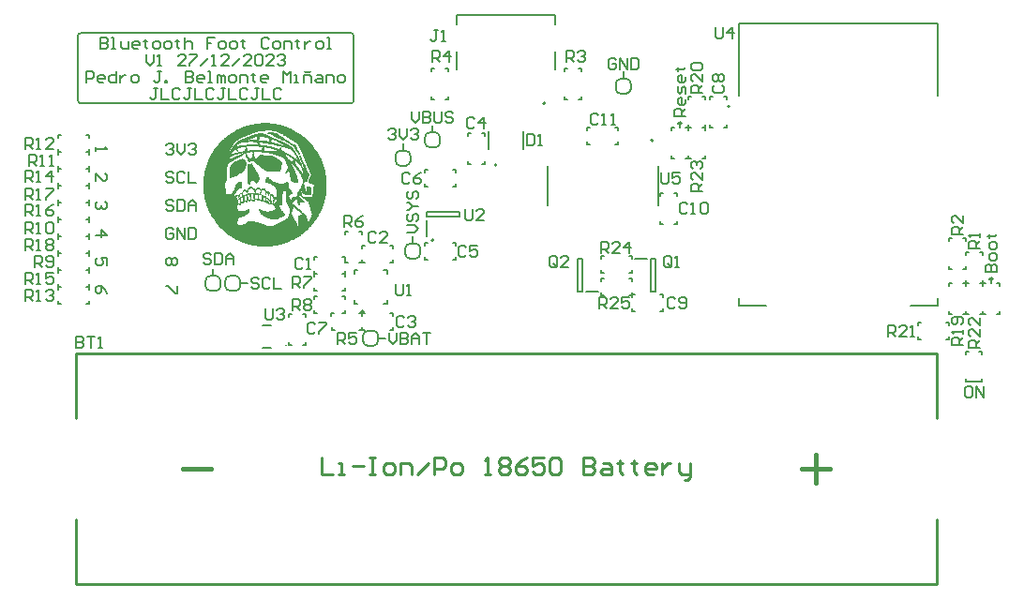
<source format=gto>
G04*
G04 #@! TF.GenerationSoftware,Altium Limited,Altium Designer,23.9.2 (47)*
G04*
G04 Layer_Color=65535*
%FSLAX44Y44*%
%MOMM*%
G71*
G04*
G04 #@! TF.SameCoordinates,62824387-D865-4AF8-97CC-6DA101F7C082*
G04*
G04*
G04 #@! TF.FilePolarity,Positive*
G04*
G01*
G75*
%ADD10C,0.1524*%
%ADD11C,0.2000*%
%ADD12C,0.2032*%
%ADD13C,0.1270*%
%ADD14C,0.2540*%
%ADD15C,0.3810*%
G36*
X-663381Y430668D02*
X-662993Y430513D01*
X-661987Y430435D01*
X-659857Y430242D01*
X-659470Y430164D01*
X-659006Y430087D01*
X-657534Y429855D01*
X-657225Y429777D01*
X-656837Y429700D01*
X-655908Y429545D01*
X-655599Y429468D01*
X-655173Y429352D01*
X-654282Y429158D01*
X-653856Y429042D01*
X-653237Y428887D01*
X-652733Y428771D01*
X-652230Y428577D01*
X-651417Y428383D01*
X-650914Y428190D01*
X-650410Y428074D01*
X-649985Y427880D01*
X-649365Y427725D01*
X-648823Y427493D01*
X-647971Y427183D01*
X-647584Y427028D01*
X-647274Y426951D01*
X-646577Y426641D01*
X-646190Y426486D01*
X-645648Y426254D01*
X-644951Y425944D01*
X-644564Y425789D01*
X-643093Y425093D01*
X-642938Y425015D01*
X-642086Y424551D01*
X-640770Y423854D01*
X-640073Y423466D01*
X-638989Y422847D01*
X-638524Y422537D01*
X-638137Y422305D01*
X-637285Y421763D01*
X-637130Y421685D01*
X-636975Y421531D01*
X-636433Y421221D01*
X-636278Y421066D01*
X-635891Y420834D01*
X-633839Y419324D01*
X-633723Y419207D01*
X-633568Y419130D01*
X-633413Y418975D01*
X-633259Y418898D01*
X-632833Y418549D01*
X-632716Y418433D01*
X-632562Y418356D01*
X-632252Y418046D01*
X-632097Y417969D01*
X-631865Y417736D01*
X-631710Y417659D01*
X-631400Y417349D01*
X-631245Y417272D01*
X-631168Y417117D01*
X-631013Y417039D01*
X-630626Y416652D01*
X-630471Y416575D01*
X-629774Y415878D01*
X-629619Y415800D01*
X-628458Y414639D01*
X-628341Y414600D01*
X-628264Y414445D01*
X-628148Y414329D01*
X-627993Y414252D01*
X-627799Y413981D01*
X-626793Y412974D01*
X-626715Y412819D01*
X-626018Y412122D01*
X-625941Y411967D01*
X-625554Y411580D01*
X-625515Y411464D01*
X-625399Y411425D01*
X-625322Y411270D01*
X-624934Y410883D01*
X-624857Y410728D01*
X-624547Y410419D01*
X-624470Y410264D01*
X-624237Y410032D01*
X-624160Y409877D01*
X-623928Y409644D01*
X-623850Y409490D01*
X-623502Y409064D01*
X-623386Y408947D01*
X-623308Y408792D01*
X-623076Y408560D01*
X-622998Y408405D01*
X-622069Y407166D01*
X-621411Y406199D01*
X-620985Y405540D01*
X-620443Y404688D01*
X-620366Y404534D01*
X-620211Y404379D01*
X-619824Y403682D01*
X-619204Y402598D01*
X-619049Y402443D01*
X-618856Y401940D01*
X-618662Y401746D01*
X-618585Y401436D01*
X-618275Y400972D01*
X-618120Y400584D01*
X-617888Y400197D01*
X-617501Y399346D01*
X-616726Y397719D01*
X-616417Y397023D01*
X-616223Y396519D01*
X-616107Y396403D01*
X-616029Y396093D01*
X-615836Y395590D01*
X-615720Y395474D01*
X-615603Y394970D01*
X-615255Y394157D01*
X-615177Y393770D01*
X-614945Y393228D01*
X-614868Y392918D01*
X-614674Y392415D01*
X-614558Y392067D01*
X-614481Y391757D01*
X-614287Y391254D01*
X-614171Y390828D01*
X-614055Y390324D01*
X-613900Y389937D01*
X-613822Y389627D01*
X-613745Y389240D01*
X-613668Y388931D01*
X-613474Y388272D01*
X-613203Y387072D01*
X-613125Y386762D01*
X-613048Y386375D01*
X-612893Y385446D01*
X-612816Y385136D01*
X-612738Y384749D01*
X-612622Y383704D01*
X-612545Y383394D01*
X-612390Y382465D01*
X-612313Y381690D01*
X-612235Y380219D01*
X-612158Y379677D01*
X-612003Y379290D01*
X-611925Y379058D01*
X-612003Y370695D01*
X-612158Y370308D01*
X-612235Y369301D01*
X-612429Y367171D01*
X-612584Y366397D01*
X-612661Y365778D01*
X-612816Y364848D01*
X-612893Y364539D01*
X-612971Y364151D01*
X-613125Y363222D01*
X-613203Y362912D01*
X-613319Y362487D01*
X-613590Y361286D01*
X-613706Y360860D01*
X-613784Y360551D01*
X-613900Y360047D01*
X-614094Y359544D01*
X-614287Y358731D01*
X-614481Y358228D01*
X-614597Y357724D01*
X-614713Y357453D01*
X-614868Y357066D01*
X-614984Y356563D01*
X-615255Y355905D01*
X-615371Y355479D01*
X-615565Y355130D01*
X-615642Y354821D01*
X-615797Y354433D01*
X-616029Y353891D01*
X-616184Y353504D01*
X-616417Y352962D01*
X-616726Y352265D01*
X-616881Y351878D01*
X-617501Y350562D01*
X-618120Y349400D01*
X-618817Y348084D01*
X-619204Y347387D01*
X-619824Y346303D01*
X-620133Y345838D01*
X-620366Y345451D01*
X-620908Y344599D01*
X-620985Y344444D01*
X-621140Y344289D01*
X-621450Y343747D01*
X-621605Y343592D01*
X-621837Y343205D01*
X-622960Y341695D01*
X-623231Y341269D01*
X-623463Y341037D01*
X-623540Y340882D01*
X-623773Y340650D01*
X-623850Y340495D01*
X-624199Y340069D01*
X-624818Y339295D01*
X-624934Y339179D01*
X-625012Y339024D01*
X-625399Y338637D01*
X-625438Y338521D01*
X-625554Y338482D01*
X-625631Y338327D01*
X-626018Y337940D01*
X-626096Y337785D01*
X-626715Y337165D01*
X-626793Y337011D01*
X-628032Y335772D01*
X-628070Y335655D01*
X-628225Y335578D01*
X-628341Y335462D01*
X-628380Y335346D01*
X-628535Y335268D01*
X-629774Y334029D01*
X-629929Y333952D01*
X-630548Y333332D01*
X-630703Y333255D01*
X-631090Y332868D01*
X-631207Y332829D01*
X-631284Y332674D01*
X-631555Y332481D01*
X-631787Y332248D01*
X-631942Y332171D01*
X-632174Y331939D01*
X-632329Y331861D01*
X-632639Y331551D01*
X-632794Y331474D01*
X-633026Y331242D01*
X-633181Y331164D01*
X-633336Y331009D01*
X-633491Y330932D01*
X-633723Y330700D01*
X-633878Y330622D01*
X-634033Y330467D01*
X-634188Y330390D01*
X-634343Y330235D01*
X-634497Y330158D01*
X-634652Y330003D01*
X-634807Y329925D01*
X-634962Y329770D01*
X-635117Y329693D01*
X-636201Y328919D01*
X-636356Y328841D01*
X-636511Y328686D01*
X-636588D01*
X-636627Y328648D01*
X-636743Y328531D01*
X-637130Y328299D01*
X-637982Y327757D01*
X-638137Y327680D01*
X-638292Y327525D01*
X-638989Y327138D01*
X-640073Y326518D01*
X-640228Y326363D01*
X-640537Y326286D01*
X-641002Y325976D01*
X-642318Y325279D01*
X-643325Y324815D01*
X-644951Y324040D01*
X-645648Y323731D01*
X-646151Y323537D01*
X-646268Y323421D01*
X-646693Y323305D01*
X-647081Y323150D01*
X-647506Y322956D01*
X-647932Y322840D01*
X-648049Y322724D01*
X-648591Y322569D01*
X-649094Y322375D01*
X-649442Y322259D01*
X-649752Y322182D01*
X-650256Y321988D01*
X-650604Y321872D01*
X-650914Y321795D01*
X-651417Y321601D01*
X-651843Y321485D01*
X-652346Y321369D01*
X-652733Y321214D01*
X-653043Y321136D01*
X-653430Y321059D01*
X-654050Y320904D01*
X-654476Y320788D01*
X-654785Y320710D01*
X-655599Y320517D01*
X-655908Y320439D01*
X-656295Y320362D01*
X-657225Y320207D01*
X-657534Y320130D01*
X-657922Y320052D01*
X-658541Y319975D01*
X-659935Y319743D01*
X-660980Y319627D01*
X-662451Y319549D01*
X-662761Y319472D01*
X-663303Y319394D01*
X-663458Y319239D01*
X-671976Y319317D01*
X-672363Y319472D01*
X-673602Y319549D01*
X-674376Y319627D01*
X-675422Y319743D01*
X-676351Y319897D01*
X-677822Y320130D01*
X-678132Y320207D01*
X-678519Y320285D01*
X-679448Y320439D01*
X-679758Y320517D01*
X-680184Y320633D01*
X-680494Y320710D01*
X-681152Y320827D01*
X-681810Y321020D01*
X-682120Y321098D01*
X-682623Y321214D01*
X-683127Y321408D01*
X-683940Y321601D01*
X-684443Y321795D01*
X-684946Y321911D01*
X-685372Y322104D01*
X-685992Y322259D01*
X-686534Y322491D01*
X-686843Y322569D01*
X-687347Y322763D01*
X-687463Y322879D01*
X-687966Y322995D01*
X-688779Y323343D01*
X-689166Y323498D01*
X-689708Y323731D01*
X-690405Y324040D01*
X-690792Y324195D01*
X-692264Y324892D01*
X-692419Y324969D01*
X-693270Y325434D01*
X-694587Y326131D01*
X-695284Y326518D01*
X-696368Y327138D01*
X-696833Y327447D01*
X-697220Y327680D01*
X-698071Y328222D01*
X-698226Y328299D01*
X-698381Y328454D01*
X-698923Y328764D01*
X-699078Y328919D01*
X-699233Y328996D01*
X-699775Y329383D01*
X-699930Y329461D01*
X-700085Y329616D01*
X-700240Y329693D01*
X-701479Y330622D01*
X-701904Y330971D01*
X-702369Y331280D01*
X-702640Y331551D01*
X-702795Y331629D01*
X-703105Y331939D01*
X-703260Y332016D01*
X-703492Y332248D01*
X-703647Y332326D01*
X-703957Y332635D01*
X-704111Y332713D01*
X-704189Y332868D01*
X-704344Y332945D01*
X-704731Y333332D01*
X-704886Y333410D01*
X-705505Y334029D01*
X-705660Y334107D01*
X-706899Y335346D01*
X-707015Y335384D01*
X-707093Y335539D01*
X-707209Y335655D01*
X-707364Y335733D01*
X-707751Y336198D01*
X-708564Y337011D01*
X-708641Y337165D01*
X-709338Y337862D01*
X-709416Y338017D01*
X-709803Y338404D01*
X-709842Y338521D01*
X-709958Y338559D01*
X-710035Y338714D01*
X-710422Y339101D01*
X-710500Y339256D01*
X-710809Y339566D01*
X-710887Y339721D01*
X-711119Y339953D01*
X-711197Y340108D01*
X-711429Y340340D01*
X-711506Y340495D01*
X-711855Y340921D01*
X-712048Y341192D01*
X-712281Y341424D01*
X-712358Y341579D01*
X-714217Y344212D01*
X-714294Y344367D01*
X-714449Y344522D01*
X-714681Y344909D01*
X-714991Y345451D01*
X-715146Y345606D01*
X-715533Y346303D01*
X-716152Y347387D01*
X-716307Y347542D01*
X-716385Y347851D01*
X-716694Y348316D01*
X-717391Y349632D01*
X-717856Y350639D01*
X-718630Y352265D01*
X-718940Y352962D01*
X-719134Y353465D01*
X-719250Y353582D01*
X-719366Y354007D01*
X-719521Y354395D01*
X-719637Y354511D01*
X-719753Y355014D01*
X-719869Y355285D01*
X-720024Y355672D01*
X-720102Y355982D01*
X-720411Y356679D01*
X-720527Y357182D01*
X-720644Y357453D01*
X-720798Y357840D01*
X-720915Y358344D01*
X-721069Y358731D01*
X-721186Y359157D01*
X-721302Y359660D01*
X-721457Y360047D01*
X-721534Y360357D01*
X-721612Y360744D01*
X-721689Y361054D01*
X-721805Y361480D01*
X-721960Y362099D01*
X-722154Y362912D01*
X-722231Y363222D01*
X-722386Y364151D01*
X-722463Y364539D01*
X-722541Y364848D01*
X-722618Y365235D01*
X-722734Y366281D01*
X-722812Y366591D01*
X-722967Y367520D01*
X-723044Y368294D01*
X-723121Y369765D01*
X-723238Y370424D01*
X-723354Y370695D01*
X-723431Y370927D01*
X-723393Y379329D01*
X-723276Y379367D01*
X-723121Y380297D01*
X-723005Y382194D01*
X-722928Y382813D01*
X-722773Y383587D01*
X-722696Y384207D01*
X-722541Y385136D01*
X-722463Y385446D01*
X-722386Y385833D01*
X-722231Y386762D01*
X-722154Y387072D01*
X-722038Y387498D01*
X-721844Y388388D01*
X-721767Y388698D01*
X-721650Y389124D01*
X-721573Y389434D01*
X-721457Y389937D01*
X-721263Y390440D01*
X-721069Y391254D01*
X-720876Y391757D01*
X-720760Y392260D01*
X-720566Y392686D01*
X-720411Y393306D01*
X-720102Y394002D01*
X-719985Y394506D01*
X-719792Y394854D01*
X-719714Y395164D01*
X-719559Y395551D01*
X-719327Y396093D01*
X-719172Y396480D01*
X-718940Y397023D01*
X-718630Y397719D01*
X-718475Y398106D01*
X-717778Y399578D01*
X-717701Y399733D01*
X-717236Y400584D01*
X-716540Y401901D01*
X-716152Y402598D01*
X-715533Y403682D01*
X-715223Y404146D01*
X-714991Y404534D01*
X-714449Y405385D01*
X-714371Y405540D01*
X-714217Y405695D01*
X-713907Y406237D01*
X-713752Y406392D01*
X-713520Y406779D01*
X-712010Y408831D01*
X-711893Y408947D01*
X-711816Y409102D01*
X-711584Y409335D01*
X-711506Y409490D01*
X-711158Y409915D01*
X-710964Y410186D01*
X-710809Y410341D01*
X-710732Y410496D01*
X-710422Y410806D01*
X-710345Y410961D01*
X-710035Y411270D01*
X-709958Y411425D01*
X-709803Y411503D01*
X-709725Y411658D01*
X-709338Y412045D01*
X-709261Y412200D01*
X-708564Y412897D01*
X-708486Y413051D01*
X-707402Y414136D01*
X-707325Y414290D01*
X-707054Y414484D01*
X-706976Y414639D01*
X-706822Y414716D01*
X-705660Y415878D01*
X-705505Y415955D01*
X-704808Y416652D01*
X-704653Y416730D01*
X-704266Y417117D01*
X-704150Y417155D01*
X-704073Y417310D01*
X-703802Y417504D01*
X-703569Y417736D01*
X-703414Y417814D01*
X-703182Y418046D01*
X-703027Y418123D01*
X-702718Y418433D01*
X-702563Y418511D01*
X-702253Y418820D01*
X-702098Y418898D01*
X-701672Y419246D01*
X-700395Y420214D01*
X-700240Y420292D01*
X-699156Y421066D01*
X-699001Y421143D01*
X-698846Y421298D01*
X-698691Y421376D01*
X-697723Y422034D01*
X-697104Y422421D01*
X-696329Y422886D01*
X-695206Y423544D01*
X-694509Y423931D01*
X-693038Y424705D01*
X-692031Y425170D01*
X-690405Y425944D01*
X-689708Y426254D01*
X-689205Y426448D01*
X-689089Y426564D01*
X-688663Y426680D01*
X-688276Y426835D01*
X-687850Y427028D01*
X-687424Y427145D01*
X-687308Y427261D01*
X-686882Y427377D01*
X-686263Y427609D01*
X-685914Y427725D01*
X-685604Y427803D01*
X-685101Y427996D01*
X-684753Y428112D01*
X-684443Y428190D01*
X-683940Y428383D01*
X-683514Y428500D01*
X-683010Y428616D01*
X-682623Y428771D01*
X-682313Y428848D01*
X-681926Y428926D01*
X-681617Y429003D01*
X-681191Y429119D01*
X-680571Y429274D01*
X-679990Y429390D01*
X-679565Y429506D01*
X-679255Y429584D01*
X-678713Y429661D01*
X-677822Y429855D01*
X-677435Y429932D01*
X-675886Y430164D01*
X-675499Y430242D01*
X-674880Y430319D01*
X-673873Y430397D01*
X-672286Y430513D01*
X-671744Y430745D01*
X-663381Y430668D01*
D02*
G37*
%LPC*%
G36*
X-674918Y418356D02*
X-675306Y418278D01*
X-675538Y418201D01*
X-676428Y418007D01*
X-676932Y417814D01*
X-677242Y417736D01*
X-678248Y417349D01*
X-678558Y417272D01*
X-679255Y416962D01*
X-680107Y416575D01*
X-681462Y415916D01*
X-681500Y415878D01*
X-681810Y415800D01*
X-682120Y415491D01*
X-682236Y415452D01*
X-682197Y415258D01*
X-680687Y415374D01*
X-674647Y415452D01*
X-674492Y415529D01*
X-674415Y415839D01*
X-674492Y416071D01*
X-674570Y416381D01*
X-674686Y417581D01*
X-674764Y418201D01*
X-674918Y418356D01*
D02*
G37*
G36*
X-671511Y418511D02*
X-671782Y418240D01*
X-671860Y418085D01*
X-672015Y417930D01*
X-672092Y417775D01*
X-672595Y417039D01*
X-672789Y416768D01*
X-673292Y416033D01*
X-673563Y415762D01*
X-673486Y415374D01*
X-672866Y415297D01*
X-671937Y415220D01*
X-670698Y415142D01*
X-669963Y415103D01*
X-669885D01*
X-669343Y415026D01*
X-668453Y414910D01*
X-667988Y414832D01*
X-667214Y414755D01*
X-666594Y414678D01*
X-666130Y414600D01*
X-665704Y414484D01*
X-664620Y414329D01*
X-664232Y414174D01*
X-664000Y414252D01*
X-663961Y414832D01*
X-664039Y415065D01*
X-664155Y415568D01*
X-664271Y415994D01*
X-664349Y416536D01*
X-664426Y416846D01*
X-664620Y417039D01*
X-665162Y417272D01*
X-665471Y417349D01*
X-665975Y417465D01*
X-666633Y417659D01*
X-666943Y417736D01*
X-667756Y417930D01*
X-668182Y418046D01*
X-668840Y418162D01*
X-669459Y418240D01*
X-670079Y418394D01*
X-670853Y418472D01*
X-671511Y418511D01*
D02*
G37*
G36*
X-680804Y413787D02*
X-681036Y413710D01*
X-684365Y413632D01*
X-684598Y413555D01*
X-685604Y413477D01*
X-685837Y413400D01*
X-686611Y413322D01*
X-686921Y413245D01*
X-687656Y413129D01*
X-688082Y413013D01*
X-688392Y412935D01*
X-688973Y412819D01*
X-689863Y412548D01*
X-690173Y412471D01*
X-690870Y412161D01*
X-691296Y412045D01*
X-691412Y411929D01*
X-691915Y411735D01*
X-692535Y411348D01*
X-692690Y411193D01*
X-692767Y411038D01*
X-692922Y410651D01*
X-692845Y409954D01*
X-692496Y409915D01*
X-692109Y410070D01*
X-691683Y410186D01*
X-691296Y410264D01*
X-690405Y410380D01*
X-690367Y410419D01*
X-689979Y410496D01*
X-689670Y410574D01*
X-688624Y410690D01*
X-688082Y410767D01*
X-687347Y410883D01*
X-686301Y410999D01*
X-684830Y411077D01*
X-684056Y411154D01*
X-682391Y411270D01*
X-682120Y411309D01*
X-681888Y411232D01*
X-681113Y411309D01*
X-674880Y411270D01*
X-674609Y411309D01*
X-674376Y411232D01*
X-673486Y411193D01*
X-673409Y411425D01*
X-673563Y411580D01*
X-673602Y411696D01*
X-674144Y412006D01*
X-674299Y412161D01*
X-674454Y412238D01*
X-674609Y412393D01*
X-674764Y412471D01*
X-675190Y412819D01*
X-675654Y413129D01*
X-675770Y413245D01*
X-675925Y413322D01*
X-676080Y413477D01*
X-676622Y413632D01*
X-680300Y413748D01*
X-680804Y413787D01*
D02*
G37*
G36*
X-661135Y415878D02*
X-661406Y415684D01*
X-661484Y415529D01*
X-662026Y414987D01*
X-662103Y414832D01*
X-662180Y414755D01*
X-662219Y414716D01*
X-662645Y414290D01*
X-662722Y414058D01*
X-662529Y413865D01*
X-661909Y413710D01*
X-660709Y413439D01*
X-660090Y413284D01*
X-659315Y413129D01*
X-658657Y412935D01*
X-657844Y412742D01*
X-657418Y412626D01*
X-656799Y412471D01*
X-656024Y412238D01*
X-655715Y412161D01*
X-655289Y412045D01*
X-654398Y411774D01*
X-653972Y411658D01*
X-653469Y411464D01*
X-652966Y411348D01*
X-652579Y411193D01*
X-651727Y410883D01*
X-651223Y410690D01*
X-651068Y410767D01*
X-651030Y410961D01*
X-651456Y411387D01*
X-651998Y411696D01*
X-654089Y412780D01*
X-655250Y413322D01*
X-655405Y413400D01*
X-656721Y414019D01*
X-658425Y414794D01*
X-659199Y415103D01*
X-659703Y415297D01*
X-659819Y415413D01*
X-660245Y415529D01*
X-660632Y415684D01*
X-660748Y415800D01*
X-661135Y415878D01*
D02*
G37*
G36*
X-672634Y413206D02*
X-672789Y413129D01*
X-672711Y412742D01*
X-672479Y412200D01*
X-672169Y411503D01*
X-672092Y411348D01*
X-671976Y411154D01*
X-671666Y411077D01*
X-670001Y410961D01*
X-668995Y410806D01*
X-667601Y410651D01*
X-666981Y410574D01*
X-666672Y410496D01*
X-666284Y410419D01*
X-665820Y410341D01*
X-664813Y410186D01*
X-664387Y410070D01*
X-663458Y409915D01*
X-662839Y409761D01*
X-662606Y409683D01*
X-662297Y409606D01*
X-661755Y409528D01*
X-661251Y409335D01*
X-660941Y409257D01*
X-660554Y409180D01*
X-660245Y409102D01*
X-659354Y408831D01*
X-659044Y408754D01*
X-658541Y408560D01*
X-658115Y408444D01*
X-657805Y408367D01*
X-657263Y408134D01*
X-656760Y408018D01*
X-656102Y407747D01*
X-655792Y407670D01*
X-655095Y407360D01*
X-654863Y407283D01*
X-654437Y407631D01*
X-653663Y408715D01*
X-653314Y409218D01*
X-653159Y409296D01*
X-653121Y409412D01*
X-653237Y409528D01*
X-653856Y409683D01*
X-654243Y409838D01*
X-654785Y409915D01*
X-655095Y409993D01*
X-655947Y410225D01*
X-657147Y410496D01*
X-657457Y410574D01*
X-657844Y410651D01*
X-658309Y410728D01*
X-659238Y410961D01*
X-660167Y411116D01*
X-660206Y411154D01*
X-660787Y411270D01*
X-661096Y411348D01*
X-662103Y411503D01*
X-662490Y411580D01*
X-662800Y411658D01*
X-663187Y411735D01*
X-664194Y411890D01*
X-664581Y411967D01*
X-664891Y412045D01*
X-665355Y412122D01*
X-665975Y412200D01*
X-666439Y412277D01*
X-667214Y412432D01*
X-668259Y412548D01*
X-668569Y412626D01*
X-669227Y412742D01*
X-669692Y412819D01*
X-670311Y412897D01*
X-671008Y412974D01*
X-671473Y413051D01*
X-671860Y413129D01*
X-672634Y413206D01*
D02*
G37*
G36*
X-682430Y409606D02*
X-682662Y409528D01*
X-683901Y409451D01*
X-684017Y409025D01*
X-683785Y407399D01*
X-683707Y406392D01*
X-683630Y405928D01*
X-683281Y405811D01*
X-682972Y405889D01*
X-681888Y405966D01*
X-681655Y406044D01*
X-680881Y406121D01*
X-679642Y406199D01*
X-678868Y406276D01*
X-677009Y406353D01*
X-676932D01*
X-676157Y406431D01*
X-671550Y406392D01*
X-671085Y406857D01*
X-670853Y407244D01*
X-670698Y407399D01*
X-670621Y407554D01*
X-670388Y407786D01*
X-670311Y407941D01*
X-669963Y408367D01*
X-669769Y408638D01*
X-669614Y409025D01*
X-669730Y409141D01*
X-671395Y409257D01*
X-672247Y409335D01*
X-672944Y409412D01*
X-673873Y409490D01*
X-675809Y409567D01*
X-682430Y409606D01*
D02*
G37*
G36*
X-668259Y408909D02*
X-668453Y408715D01*
X-668336Y407592D01*
X-668259Y406895D01*
X-668143Y406237D01*
X-667949Y406044D01*
X-667407Y405966D01*
X-667097Y405889D01*
X-665897Y405773D01*
X-665045Y405618D01*
X-664736Y405540D01*
X-664116Y405463D01*
X-663652Y405385D01*
X-661638Y405308D01*
X-660245Y405230D01*
X-657341Y405192D01*
X-657263D01*
X-656954Y405269D01*
X-655715Y405347D01*
X-655521Y405463D01*
X-655599Y405695D01*
X-655715Y405811D01*
X-656412Y405966D01*
X-656954Y406199D01*
X-657380Y406315D01*
X-657805Y406508D01*
X-658309Y406624D01*
X-658696Y406779D01*
X-659354Y406973D01*
X-659780Y407089D01*
X-660283Y407283D01*
X-660864Y407399D01*
X-661755Y407670D01*
X-662335Y407786D01*
X-662645Y407863D01*
X-663071Y407980D01*
X-663381Y408057D01*
X-663923Y408134D01*
X-664232Y408212D01*
X-664774Y408367D01*
X-665510Y408483D01*
X-666362Y408638D01*
X-666672Y408715D01*
X-667911Y408870D01*
X-668259Y408909D01*
D02*
G37*
G36*
X-684753Y409373D02*
X-685875Y409257D01*
X-686572Y409180D01*
X-687192Y409102D01*
X-687811Y408947D01*
X-689205Y408715D01*
X-689863Y408521D01*
X-690173Y408444D01*
X-690754Y408328D01*
X-691141Y408173D01*
X-691451Y408096D01*
X-691915Y408018D01*
X-692186Y407902D01*
X-692380Y407709D01*
X-692302Y407089D01*
X-692225Y406857D01*
X-692109Y406044D01*
X-691993Y405618D01*
X-691915Y405308D01*
X-691760Y404611D01*
X-691567Y404417D01*
X-691064Y404534D01*
X-690638Y404650D01*
X-689902Y404766D01*
X-689437Y404843D01*
X-689128Y404921D01*
X-688353Y405076D01*
X-687734Y405153D01*
X-687347Y405230D01*
X-687037Y405308D01*
X-686650Y405385D01*
X-686379Y405502D01*
X-686263Y405618D01*
X-686185Y405928D01*
X-685953Y406315D01*
X-685759Y406818D01*
X-685643Y406934D01*
X-685450Y407437D01*
X-685411Y407476D01*
X-685101Y408173D01*
X-684714Y409025D01*
X-684637Y409257D01*
X-684753Y409373D01*
D02*
G37*
G36*
X-694509Y406740D02*
X-694819Y406663D01*
X-695787Y405928D01*
X-696213Y405502D01*
X-696368Y405424D01*
X-696949Y404843D01*
X-697026Y404688D01*
X-697413Y404301D01*
X-697491Y404146D01*
X-697723Y403914D01*
X-697955Y403527D01*
X-698110Y403372D01*
X-698188Y403062D01*
X-698110Y402907D01*
X-697839Y402869D01*
X-697297Y403101D01*
X-696794Y403217D01*
X-696407Y403295D01*
X-696097Y403372D01*
X-695671Y403488D01*
X-695051Y403643D01*
X-694548Y403759D01*
X-694122Y403875D01*
X-693812Y403953D01*
X-693154Y404069D01*
X-692845Y404146D01*
X-692457Y404224D01*
X-692225Y404379D01*
Y404456D01*
Y404534D01*
X-692341Y404727D01*
X-692496Y404805D01*
X-692612Y404921D01*
X-692690Y405076D01*
X-692845Y405153D01*
X-692922Y405308D01*
X-694083Y406469D01*
X-694161Y406624D01*
X-694509Y406740D01*
D02*
G37*
G36*
X-701246Y401630D02*
X-701440Y401436D01*
X-701401Y401165D01*
X-701246Y401243D01*
X-701130Y401514D01*
Y401591D01*
X-701246Y401630D01*
D02*
G37*
G36*
X-701633Y400933D02*
X-701672Y400894D01*
X-701633Y400855D01*
X-701595Y400894D01*
X-701633Y400933D01*
D02*
G37*
G36*
X-679332Y404417D02*
X-679565Y404340D01*
X-682662Y404263D01*
X-683359Y403953D01*
X-684249Y403527D01*
X-684172Y403140D01*
X-684017Y402985D01*
X-683940Y402830D01*
X-683707Y402598D01*
X-683630Y402288D01*
X-683320Y401823D01*
X-683165Y401436D01*
X-682701Y400584D01*
X-682197Y399849D01*
X-682004Y399578D01*
X-681771Y399346D01*
X-681694Y399191D01*
X-681229Y398881D01*
X-680804Y398765D01*
X-680184Y398842D01*
X-679952Y399075D01*
X-679797Y399152D01*
X-679603Y399346D01*
X-679216Y400197D01*
X-678945Y401475D01*
X-678868Y402094D01*
X-678790Y403024D01*
X-678751Y403604D01*
Y403682D01*
X-678674Y404224D01*
X-678790Y404340D01*
X-679332Y404417D01*
D02*
G37*
G36*
X-687540Y403566D02*
X-688624Y403488D01*
X-688857Y403411D01*
X-689476Y403256D01*
X-690057Y403140D01*
X-690986Y402907D01*
X-691373Y402830D01*
X-691683Y402753D01*
X-692341Y402559D01*
X-692651Y402482D01*
X-693077Y402365D01*
X-693580Y402172D01*
X-693890Y402094D01*
X-694393Y401901D01*
X-694819Y401785D01*
X-696329Y401204D01*
X-696755Y401010D01*
X-697065Y400933D01*
X-697762Y400623D01*
X-698381Y400313D01*
X-698459D01*
X-699156Y399926D01*
X-699272Y399810D01*
X-699349Y399500D01*
X-699388Y398532D01*
X-699156Y398455D01*
X-698846Y398532D01*
X-697452Y399152D01*
X-697065Y399307D01*
X-696523Y399539D01*
X-695826Y399849D01*
X-695322Y400042D01*
X-695206Y400159D01*
X-694780Y400275D01*
X-694509Y400391D01*
X-693116Y401010D01*
X-692728Y401165D01*
X-692186Y401398D01*
X-691489Y401707D01*
X-690986Y401901D01*
X-690560Y402094D01*
X-690057Y402288D01*
X-689941Y402404D01*
X-689631Y402482D01*
X-688934Y402791D01*
X-688624Y402869D01*
X-687773Y403256D01*
X-687502Y403372D01*
X-687540Y403566D01*
D02*
G37*
G36*
X-652617Y409451D02*
X-652888Y409335D01*
X-652966Y409102D01*
X-652888Y408870D01*
X-652772Y407515D01*
X-652695Y406740D01*
X-652617Y406431D01*
X-652308Y406121D01*
X-651611Y405811D01*
X-648436Y404185D01*
X-647042Y403411D01*
X-646887Y403256D01*
X-646577Y403178D01*
X-646345Y402946D01*
X-645958Y402791D01*
X-645493Y402482D01*
X-645338Y402404D01*
X-644874Y402094D01*
X-644719Y402017D01*
X-644564Y401862D01*
X-644022Y401552D01*
X-643286Y401049D01*
X-642860Y400778D01*
X-642396Y400468D01*
X-642357Y400430D01*
X-641892Y400120D01*
X-641079Y399539D01*
X-640925Y399462D01*
X-640692Y399229D01*
X-640537Y399152D01*
X-640111Y398803D01*
X-639841Y398610D01*
X-639686Y398455D01*
X-639531Y398378D01*
X-639299Y398145D01*
X-639144Y398068D01*
X-638873Y397874D01*
X-638795Y397719D01*
X-638679Y397603D01*
X-638369Y397526D01*
X-638253Y397565D01*
X-638330Y398184D01*
X-638718Y399036D01*
X-639027Y399733D01*
X-639647Y400894D01*
X-640421Y402288D01*
X-640731Y402830D01*
X-640886Y402985D01*
X-641196Y403527D01*
X-641738Y404379D01*
X-641815Y404534D01*
X-642047Y404766D01*
X-642280Y405153D01*
X-642822Y405850D01*
X-643248Y406276D01*
X-643402Y406353D01*
X-643557Y406508D01*
X-644564Y406973D01*
X-644874Y407050D01*
X-645416Y407283D01*
X-645919Y407399D01*
X-646345Y407592D01*
X-646964Y407747D01*
X-647352Y407902D01*
X-647894Y408057D01*
X-648204Y408134D01*
X-648591Y408289D01*
X-649520Y408521D01*
X-649907Y408676D01*
X-650527Y408831D01*
X-650952Y408947D01*
X-651611Y409141D01*
X-651920Y409218D01*
X-652308Y409296D01*
X-652617Y409451D01*
D02*
G37*
G36*
X-649288Y402791D02*
X-649404Y402675D01*
X-649326Y402520D01*
X-649016Y402056D01*
X-648978Y402017D01*
X-648784Y401823D01*
X-648552Y401436D01*
X-648397Y401281D01*
X-648087Y400739D01*
X-647700Y400197D01*
X-647042Y399229D01*
X-646732Y398765D01*
X-646345Y398378D01*
X-645958Y398145D01*
X-645416Y397758D01*
X-644680Y397255D01*
X-644409Y397061D01*
X-644254Y396906D01*
X-644099Y396829D01*
X-643867Y396597D01*
X-643480Y396364D01*
X-643248Y396132D01*
X-642938Y396054D01*
X-642435Y396558D01*
X-642357Y396713D01*
X-641970Y397100D01*
X-641892Y397255D01*
X-641660Y397410D01*
X-641583Y397719D01*
X-641660Y397952D01*
X-641776Y398068D01*
X-641931Y398145D01*
X-644022Y399617D01*
X-644177Y399694D01*
X-644332Y399849D01*
X-644719Y400081D01*
X-645454Y400584D01*
X-646074Y400972D01*
X-647197Y401630D01*
X-647739Y401940D01*
X-648436Y402327D01*
X-648823Y402559D01*
X-649288Y402791D01*
D02*
G37*
G36*
X-672905Y404417D02*
X-677164Y404340D01*
X-677280Y404224D01*
X-677358Y403682D01*
X-677280Y401359D01*
X-677203Y401127D01*
X-676971Y400275D01*
X-676777Y399771D01*
X-676661Y399655D01*
X-676428Y399268D01*
X-675538Y399229D01*
X-675112Y399578D01*
X-674454Y400236D01*
X-674299Y400313D01*
X-673912Y400701D01*
X-673757Y400778D01*
X-673525Y401010D01*
X-673370Y401088D01*
X-673137Y401320D01*
X-672363Y401785D01*
X-672208Y401862D01*
X-671821Y402094D01*
X-671318Y402288D01*
X-670969Y402404D01*
X-670117Y402327D01*
X-669963Y402172D01*
X-668956Y401785D01*
X-668220Y401669D01*
X-667911Y401591D01*
X-667446Y401514D01*
X-666672Y401436D01*
X-665355Y401359D01*
X-661638Y401281D01*
X-660787Y401204D01*
X-659935Y400894D01*
X-658386Y400042D01*
X-657147Y399268D01*
X-657031Y399152D01*
X-656644Y398920D01*
X-655560Y398145D01*
X-655134Y397797D01*
X-654863Y397603D01*
X-654437Y397255D01*
X-654166Y396984D01*
X-654011Y396906D01*
X-653121Y396016D01*
X-653043Y395861D01*
X-652811Y395629D01*
X-652733Y395474D01*
X-652501Y395087D01*
X-652424Y394544D01*
X-652501Y392918D01*
X-652579Y392686D01*
X-652695Y392183D01*
X-652927Y390634D01*
X-653043Y390208D01*
X-653121Y389898D01*
X-653237Y389163D01*
X-653314Y388853D01*
X-653430Y388427D01*
X-653508Y388117D01*
X-653585Y387575D01*
X-653701Y387304D01*
X-654243Y387150D01*
X-656141Y387033D01*
X-658386Y386956D01*
X-662529Y386917D01*
X-662761Y386995D01*
X-664232Y387072D01*
X-664465Y387150D01*
X-665355Y387266D01*
X-665665Y387343D01*
X-666323Y387614D01*
X-667485Y388234D01*
X-668569Y388853D01*
X-668724Y389008D01*
X-669266Y389318D01*
X-669421Y389473D01*
X-669808Y389705D01*
X-671318Y390828D01*
X-671782Y391137D01*
X-671976Y391331D01*
X-672131Y391408D01*
X-672363Y391641D01*
X-672518Y391718D01*
X-672828Y392028D01*
X-672983Y392105D01*
X-673292Y392415D01*
X-673447Y392492D01*
X-673757Y392802D01*
X-673912Y392880D01*
X-674028Y392996D01*
X-674067Y393112D01*
X-674221Y393189D01*
X-674609Y393577D01*
X-674764Y393654D01*
X-676274Y395164D01*
X-676351Y395319D01*
X-677164Y396132D01*
X-677474Y396209D01*
X-678248Y396287D01*
X-679603Y396171D01*
X-680610Y396016D01*
X-681036Y395900D01*
X-682042Y395822D01*
X-683359Y395900D01*
X-683514Y396054D01*
X-683630Y396093D01*
X-683707Y396403D01*
X-683591Y396597D01*
X-683436Y396674D01*
X-683049Y396906D01*
X-682778Y397023D01*
X-682739Y397216D01*
X-683010Y397642D01*
X-683243Y397874D01*
X-683475Y398261D01*
X-683785Y398803D01*
X-683940Y398958D01*
X-684327Y399655D01*
X-684791Y400662D01*
X-684908Y401088D01*
X-685101Y401591D01*
X-685140Y402249D01*
X-685101Y402907D01*
X-685450Y402946D01*
X-685914Y402636D01*
X-689399Y400855D01*
X-692496Y399229D01*
X-694587Y398145D01*
X-697374Y396674D01*
X-699310Y395667D01*
X-699581Y395396D01*
X-699814Y395009D01*
X-700046Y394777D01*
X-700123Y394622D01*
X-700820Y393925D01*
X-700898Y393770D01*
X-701130Y393538D01*
X-701246Y393112D01*
X-701440Y392686D01*
X-701556Y391796D01*
X-701633Y391176D01*
X-701711Y390712D01*
X-701788Y390092D01*
X-701866Y388776D01*
X-701943Y386685D01*
X-702021Y384827D01*
X-702098Y379871D01*
X-702214Y379522D01*
X-702834Y378361D01*
X-703143Y377819D01*
X-703298Y377664D01*
X-703608Y377122D01*
X-704073Y376115D01*
X-703995Y374721D01*
X-703918Y374489D01*
X-703763Y373870D01*
X-703647Y373366D01*
X-703569Y373056D01*
X-703453Y372631D01*
X-703376Y372089D01*
X-703337Y371895D01*
X-703298Y371856D01*
X-703182Y370733D01*
X-703105Y368488D01*
X-703027Y367791D01*
X-702872Y367404D01*
X-702330Y366862D01*
X-701788Y366629D01*
X-701479Y366707D01*
X-700937Y367016D01*
X-700395Y367249D01*
X-699388Y367171D01*
X-698614Y366862D01*
X-698110Y366745D01*
X-697994Y366707D01*
X-697452Y367094D01*
X-697104Y367442D01*
X-697026Y367597D01*
X-696639Y368139D01*
X-695864Y369765D01*
X-695632Y370308D01*
X-695284Y371275D01*
X-695168Y371701D01*
X-695090Y372011D01*
X-694935Y372398D01*
X-694780Y373018D01*
X-694664Y373444D01*
X-694471Y373947D01*
X-694354Y374373D01*
X-694238Y374489D01*
X-694006Y375031D01*
X-693929Y375186D01*
X-693774Y375341D01*
X-693541Y375728D01*
X-693387Y375883D01*
X-693309Y376038D01*
X-692961Y376464D01*
X-692264Y377160D01*
X-692109Y377238D01*
X-691954Y377393D01*
X-691799Y377470D01*
X-691644Y377625D01*
X-691257Y377857D01*
X-690250Y378322D01*
X-689476Y378477D01*
X-689050Y378128D01*
X-688895Y377741D01*
X-688702Y376928D01*
X-688624Y376618D01*
X-688547Y376231D01*
X-688469Y375225D01*
X-688431Y374257D01*
X-688508Y374024D01*
X-688586Y373095D01*
X-688818Y372553D01*
X-688934Y372127D01*
X-689050Y372011D01*
X-689128Y371856D01*
X-689321Y371663D01*
X-689708Y371585D01*
X-689941Y371663D01*
X-690173Y371585D01*
X-690715Y371508D01*
X-691722Y370966D01*
X-692535Y370385D01*
X-692612Y370230D01*
X-692883Y370037D01*
X-693077Y369765D01*
X-693309Y369533D01*
X-693387Y369378D01*
X-693696Y369068D01*
X-693929Y368681D01*
X-694471Y367830D01*
X-695477Y365816D01*
X-695206Y365390D01*
X-694897Y365313D01*
X-694587Y365390D01*
X-694471Y365507D01*
X-694432Y365623D01*
X-694277Y365700D01*
X-693580Y366010D01*
X-692496Y365932D01*
X-691799Y365623D01*
X-691489Y365700D01*
X-691141Y366513D01*
X-691064Y366978D01*
X-690560Y367791D01*
X-690405Y367868D01*
X-689708Y368178D01*
X-689166Y368101D01*
X-688392Y367636D01*
X-688237Y367713D01*
X-688005Y369107D01*
X-687618Y369882D01*
X-687153Y370346D01*
X-686998Y370424D01*
X-686766Y370501D01*
X-686456Y370578D01*
X-684908Y370501D01*
X-684056Y370114D01*
X-683746Y370191D01*
X-683630Y370617D01*
X-683552Y371004D01*
X-683088Y371856D01*
X-682933Y372011D01*
X-682856Y372166D01*
X-682352Y372669D01*
X-682197Y372747D01*
X-681346Y373134D01*
X-680804Y373211D01*
X-680494Y373289D01*
X-679487Y373211D01*
X-679255Y373134D01*
X-678248Y372592D01*
X-677551Y372050D01*
X-677358Y371934D01*
X-677280Y371779D01*
X-677164Y371663D01*
X-677009Y371585D01*
X-676816Y371314D01*
X-676390Y371275D01*
X-675693Y371972D01*
X-675151Y372282D01*
X-674764Y372437D01*
X-674454Y372514D01*
X-673370Y372437D01*
X-673137Y372360D01*
X-672828Y372282D01*
X-671976Y371818D01*
X-671821Y371663D01*
X-671434Y371430D01*
X-671356Y371275D01*
X-671047Y371198D01*
X-670582Y371275D01*
X-670427Y371430D01*
X-669730Y371740D01*
X-669575Y371818D01*
X-669188Y371972D01*
X-668878Y372050D01*
X-667949Y371972D01*
X-667291Y371469D01*
X-667214Y371314D01*
X-667059Y371159D01*
X-666594Y370153D01*
X-666401Y369649D01*
X-666013Y369262D01*
X-665316Y369185D01*
X-665084Y369107D01*
X-664426Y368991D01*
X-664116Y368914D01*
X-663690Y368720D01*
X-663381Y368643D01*
X-663110Y368372D01*
X-663032Y368217D01*
X-662877Y367830D01*
X-662800Y367520D01*
X-662374Y366707D01*
X-661987Y366552D01*
X-661484Y366668D01*
X-661367Y366707D01*
X-661135Y366629D01*
X-660632Y366436D01*
X-660361Y366242D01*
X-660167Y365971D01*
X-659935Y365739D01*
X-659741Y365235D01*
X-659548Y364810D01*
X-659470Y364500D01*
X-659238Y364113D01*
X-659044Y363842D01*
X-658541Y363726D01*
X-657883Y363687D01*
X-657651Y363764D01*
X-657186Y363842D01*
X-656992Y363958D01*
X-656915Y364268D01*
X-656837Y365274D01*
X-656915Y369378D01*
X-656992Y369611D01*
X-657070Y370153D01*
X-657225Y370540D01*
X-657302Y370849D01*
X-657922Y372011D01*
X-658270Y372437D01*
X-658464Y372708D01*
X-658696Y372940D01*
X-658773Y373095D01*
X-658889Y373211D01*
X-659044Y373289D01*
X-659586Y373831D01*
X-659741Y373908D01*
X-659974Y374141D01*
X-660516Y374450D01*
X-660670Y374605D01*
X-661212Y374915D01*
X-662993Y375767D01*
X-663690Y376076D01*
X-664697Y376464D01*
X-665007Y376541D01*
X-665394Y376696D01*
X-665936Y376851D01*
X-666943Y377160D01*
X-667446Y377354D01*
X-667523Y377586D01*
X-667562Y377780D01*
X-667485Y379019D01*
X-667252Y380180D01*
X-667136Y380451D01*
X-666749Y381148D01*
X-666323Y381574D01*
X-665471Y381961D01*
X-664697Y382039D01*
X-664387Y381961D01*
X-664232Y381806D01*
X-664078Y381729D01*
X-663884Y381535D01*
X-663845Y381419D01*
X-663690Y381342D01*
X-662916Y380568D01*
X-662761Y380490D01*
X-662374Y380103D01*
X-662219Y380025D01*
X-661987Y379793D01*
X-661832Y379716D01*
X-661600Y379483D01*
X-661445Y379406D01*
X-661290Y379251D01*
X-661135Y379174D01*
X-660709Y378825D01*
X-659470Y378051D01*
X-658502Y377548D01*
X-658347Y377470D01*
X-657186Y376928D01*
X-656450Y376657D01*
X-655792Y376464D01*
X-655289Y376347D01*
X-654979Y376270D01*
X-654592Y376193D01*
X-653972Y376115D01*
X-652385Y376076D01*
X-652153Y376154D01*
X-651456Y376231D01*
X-651223Y376309D01*
X-650681Y376464D01*
X-650256Y376580D01*
X-649442Y376928D01*
X-649288Y377006D01*
X-649133Y377160D01*
X-648745Y377315D01*
X-648591Y377470D01*
X-648436Y377548D01*
X-647971Y377857D01*
X-647506Y377780D01*
X-647352Y377625D01*
X-647197Y377548D01*
X-646848Y377199D01*
X-646539Y376502D01*
X-646461Y375960D01*
X-646384Y375650D01*
X-646268Y374915D01*
X-646190Y374295D01*
X-646113Y373599D01*
X-646035Y373134D01*
X-645880Y372747D01*
X-645764Y372321D01*
X-645571Y371818D01*
X-645454Y371701D01*
X-645145Y371159D01*
X-644796Y370733D01*
X-644680Y370617D01*
X-644603Y370462D01*
X-644487Y370269D01*
X-644332Y370191D01*
X-644022Y369727D01*
X-643596Y369301D01*
X-643519Y369146D01*
X-643209Y368836D01*
X-643131Y368681D01*
X-642822Y368372D01*
X-642744Y368217D01*
X-642357Y367830D01*
X-642435Y367442D01*
X-642628Y367249D01*
X-643170Y366939D01*
X-643325Y366784D01*
X-643712Y366552D01*
X-644254Y366242D01*
X-644409Y366087D01*
X-644796Y365855D01*
X-645338Y365545D01*
X-645493Y365390D01*
X-646035Y365081D01*
X-646229Y364887D01*
X-646151Y364577D01*
X-645919Y364345D01*
X-645842Y364190D01*
X-645493Y363764D01*
X-645222Y363338D01*
X-644099Y361828D01*
X-643790Y361286D01*
X-643480Y361209D01*
X-643364Y361248D01*
X-643441Y361790D01*
X-643519Y362099D01*
X-643441Y363338D01*
X-643209Y363571D01*
X-643131Y363726D01*
X-643015Y363842D01*
X-642318Y364151D01*
X-640073Y364229D01*
X-639841Y364306D01*
X-639686Y364384D01*
X-639027Y364887D01*
X-638718Y365584D01*
X-638563Y366900D01*
X-638408Y367287D01*
X-638137Y368023D01*
X-637943Y368449D01*
X-637014Y370230D01*
X-636704Y370772D01*
X-636472Y371159D01*
X-636395Y371314D01*
X-636085Y371779D01*
X-635543Y372785D01*
X-635078Y373637D01*
X-634923Y374024D01*
X-634846Y374179D01*
X-634226Y375496D01*
X-633839Y376502D01*
X-633723Y376928D01*
X-633530Y377431D01*
X-633413Y377935D01*
X-633336Y378245D01*
X-633220Y378670D01*
X-633142Y378980D01*
X-633065Y379754D01*
X-634768Y383084D01*
X-635156Y383781D01*
X-635465Y384323D01*
X-635775Y384788D01*
X-636240Y385562D01*
X-636549Y386027D01*
X-636627Y386182D01*
X-636782Y386337D01*
X-637014Y386724D01*
X-637169Y386879D01*
X-637401Y387266D01*
X-638524Y388776D01*
X-638640Y388892D01*
X-638718Y389047D01*
X-639027Y389356D01*
X-639105Y389511D01*
X-639415Y389821D01*
X-639492Y389976D01*
X-639802Y390286D01*
X-639879Y390440D01*
X-640576Y391137D01*
X-640654Y391292D01*
X-642318Y392957D01*
X-642435Y392996D01*
X-642473Y393112D01*
X-642628Y393189D01*
X-642744Y393306D01*
X-642822Y393461D01*
X-643093Y393654D01*
X-643325Y393886D01*
X-643557Y393964D01*
X-643596Y393693D01*
X-643054Y392841D01*
X-642977Y392686D01*
X-642822Y392531D01*
X-642667Y392144D01*
X-642202Y391370D01*
X-641815Y390673D01*
X-641583Y390131D01*
X-641505Y389976D01*
X-641350Y389821D01*
X-641234Y389395D01*
X-641118Y389279D01*
X-641041Y389124D01*
X-640886Y388737D01*
X-640576Y388040D01*
X-640421Y387653D01*
X-640189Y387111D01*
X-639879Y386414D01*
X-639608Y385678D01*
X-639492Y385330D01*
X-639415Y385020D01*
X-639182Y384478D01*
X-639027Y383859D01*
X-638834Y383355D01*
X-638718Y382929D01*
X-638640Y382620D01*
X-638408Y381768D01*
X-638330Y381458D01*
X-638137Y380568D01*
X-638060Y380258D01*
X-637982Y379793D01*
X-637905Y379096D01*
X-637827Y378167D01*
X-637789Y377896D01*
X-637866Y377664D01*
X-637943Y376889D01*
X-638214Y376541D01*
X-638524Y376464D01*
X-639686Y376541D01*
X-639918Y376618D01*
X-640537Y376773D01*
X-641350Y376967D01*
X-642241Y377238D01*
X-643093Y377625D01*
X-643480Y377857D01*
X-644022Y378245D01*
X-644216Y378361D01*
X-644293Y378516D01*
X-644603Y379212D01*
X-644680Y380839D01*
X-644758Y381071D01*
X-644874Y381652D01*
X-644990Y382697D01*
X-645067Y383007D01*
X-645145Y383704D01*
X-645222Y383936D01*
X-645300Y384246D01*
X-645493Y385446D01*
X-645609Y385872D01*
X-645687Y386182D01*
X-645803Y386840D01*
X-645880Y387072D01*
X-646190Y387150D01*
X-646655Y386840D01*
X-649055Y385601D01*
X-649210Y385446D01*
X-649442Y385523D01*
X-649481Y385794D01*
X-649094Y386414D01*
X-648939Y386801D01*
X-647003Y390750D01*
X-647081Y391137D01*
X-647235Y391525D01*
X-647623Y392531D01*
X-647700Y392841D01*
X-648010Y393538D01*
X-648087Y393848D01*
X-648242Y394002D01*
X-648358Y394428D01*
X-648707Y395242D01*
X-649481Y396945D01*
X-649559Y397100D01*
X-649791Y397487D01*
X-650410Y398649D01*
X-650681Y398920D01*
X-650836Y398997D01*
X-651533Y399384D01*
X-652075Y399617D01*
X-652230Y399694D01*
X-653392Y400236D01*
X-654243Y400623D01*
X-656257Y401398D01*
X-656683Y401514D01*
X-657108Y401707D01*
X-657612Y401823D01*
X-657999Y401978D01*
X-658425Y402094D01*
X-658735Y402172D01*
X-659238Y402365D01*
X-659857Y402520D01*
X-660245Y402598D01*
X-660903Y402791D01*
X-661212Y402869D01*
X-662026Y403062D01*
X-662335Y403140D01*
X-662722Y403217D01*
X-663574Y403372D01*
X-663961Y403450D01*
X-664271Y403527D01*
X-665316Y403643D01*
X-665626Y403721D01*
X-666555Y403875D01*
X-667097Y403953D01*
X-668298Y404069D01*
X-670040Y404263D01*
X-671744Y404340D01*
X-672324Y404379D01*
X-672673Y404340D01*
X-672905Y404417D01*
D02*
G37*
G36*
X-640073Y396597D02*
X-640189Y396480D01*
X-640111Y395861D01*
X-640034Y395629D01*
X-639918Y394970D01*
X-639802Y393925D01*
X-639724Y393383D01*
X-639608Y392957D01*
X-639492Y392841D01*
X-639415Y392686D01*
X-639027Y392299D01*
X-638950Y392144D01*
X-638834Y392028D01*
X-638718Y391989D01*
X-638640Y391834D01*
X-638021Y391215D01*
X-637943Y391060D01*
X-637634Y390750D01*
X-637556Y390595D01*
X-637518Y390557D01*
X-637247Y390286D01*
X-637169Y390131D01*
X-636859Y389821D01*
X-636782Y389666D01*
X-636549Y389434D01*
X-636472Y389279D01*
X-636124Y388853D01*
X-635001Y387266D01*
X-634923Y387111D01*
X-634536Y386569D01*
X-634459Y386414D01*
X-634304Y386259D01*
X-633994Y385717D01*
X-633607Y385020D01*
X-633336Y384517D01*
X-633065Y384556D01*
X-633142Y385485D01*
X-633220Y385717D01*
X-633375Y386259D01*
X-633646Y387459D01*
X-633839Y388117D01*
X-633955Y388543D01*
X-634149Y388969D01*
X-634265Y389473D01*
X-634420Y389860D01*
X-634614Y390363D01*
X-634691Y390750D01*
X-634846Y390905D01*
X-635078Y391292D01*
X-635311Y391525D01*
X-635388Y391679D01*
X-635698Y391989D01*
X-635775Y392144D01*
X-636007Y392376D01*
X-636085Y392531D01*
X-636433Y392957D01*
X-636549Y393073D01*
X-636588Y393189D01*
X-636704Y393228D01*
X-636782Y393383D01*
X-637092Y393693D01*
X-637169Y393848D01*
X-637556Y394235D01*
X-637634Y394390D01*
X-639453Y396209D01*
X-639608Y396287D01*
X-639763Y396519D01*
X-640073Y396597D01*
D02*
G37*
G36*
X-664387Y424008D02*
X-664620Y423931D01*
X-666943Y423854D01*
X-667175Y423776D01*
X-669846Y423660D01*
X-670930Y423583D01*
X-671628Y423505D01*
X-672092Y423428D01*
X-673137Y423312D01*
X-673447Y423234D01*
X-673912Y423157D01*
X-674299Y423002D01*
X-674880Y422886D01*
X-675499Y422653D01*
X-675809Y422576D01*
X-676196Y422421D01*
X-678209Y421647D01*
X-678635Y421453D01*
X-678945Y421376D01*
X-679642Y421066D01*
X-680649Y420679D01*
X-681346Y420369D01*
X-681849Y420175D01*
X-682275Y419982D01*
X-682778Y419788D01*
X-683204Y419595D01*
X-683591Y419440D01*
X-684133Y419207D01*
X-684985Y418820D01*
X-685217Y418743D01*
X-685914Y418433D01*
X-686766Y418046D01*
X-686921Y417969D01*
X-688237Y417349D01*
X-691567Y415645D01*
X-692651Y415026D01*
X-692806Y414871D01*
X-693348Y414561D01*
X-693503Y414407D01*
X-693658Y414329D01*
X-694083Y413981D01*
X-694858Y413206D01*
X-694935Y413051D01*
X-695245Y412742D01*
X-695322Y412587D01*
X-695555Y412355D01*
X-695632Y412200D01*
X-695787Y412045D01*
X-695864Y411890D01*
X-696523Y410922D01*
X-696910Y410303D01*
X-697258Y409644D01*
X-697645Y409025D01*
X-697723Y408870D01*
X-698342Y407709D01*
X-699581Y405308D01*
X-699736Y404921D01*
X-699814Y404766D01*
X-700433Y403450D01*
X-700820Y402598D01*
X-700898Y402443D01*
X-701053Y402288D01*
X-701130Y401746D01*
X-701091Y401707D01*
X-700898Y401823D01*
X-700743Y402211D01*
X-700666Y402365D01*
X-700433Y402598D01*
X-700317Y403024D01*
X-700123Y403217D01*
X-699969Y403604D01*
X-699891Y403759D01*
X-699659Y404146D01*
X-699349Y404688D01*
X-699194Y405076D01*
X-699117Y405230D01*
X-698962Y405385D01*
X-698768Y405889D01*
X-698575Y406082D01*
X-698381Y406586D01*
X-698265Y406702D01*
X-697568Y408018D01*
X-697258Y408560D01*
X-696949Y409025D01*
X-696871Y409180D01*
X-696561Y409722D01*
X-696407Y409877D01*
X-696097Y410419D01*
X-694974Y411929D01*
X-694664Y412393D01*
X-693503Y413555D01*
X-693348Y413632D01*
X-692806Y414019D01*
X-692419Y414252D01*
X-691722Y414639D01*
X-689166Y415878D01*
X-688315Y416265D01*
X-687618Y416575D01*
X-687114Y416768D01*
X-686998Y416884D01*
X-686572Y417001D01*
X-686185Y417155D01*
X-686069Y417272D01*
X-685643Y417388D01*
X-685256Y417543D01*
X-685140Y417659D01*
X-684714Y417775D01*
X-684327Y417930D01*
X-683823Y418123D01*
X-683281Y418356D01*
X-682546Y418627D01*
X-682120Y418820D01*
X-681694Y418937D01*
X-681268Y419130D01*
X-680532Y419401D01*
X-679023Y419982D01*
X-678597Y420098D01*
X-678171Y420292D01*
X-677667Y420408D01*
X-677280Y420563D01*
X-676854Y420679D01*
X-676351Y420795D01*
X-675925Y420911D01*
X-675306Y421066D01*
X-674570Y421182D01*
X-674183Y421259D01*
X-673718Y421337D01*
X-673021Y421414D01*
X-670195Y421453D01*
X-669963Y421376D01*
X-669188Y421298D01*
X-668956Y421221D01*
X-668336Y421066D01*
X-667911Y420950D01*
X-667485Y420756D01*
X-666981Y420563D01*
X-666052Y420098D01*
X-665549Y419904D01*
X-664852Y419595D01*
X-664000Y419207D01*
X-663613Y419053D01*
X-663071Y418820D01*
X-662374Y418511D01*
X-661987Y418356D01*
X-660593Y417736D01*
X-660090Y417543D01*
X-659974Y417426D01*
X-659548Y417310D01*
X-658735Y416962D01*
X-658038Y416652D01*
X-657534Y416459D01*
X-657418Y416342D01*
X-656683Y416071D01*
X-656257Y415878D01*
X-655870Y415723D01*
X-655327Y415491D01*
X-654476Y415103D01*
X-653779Y414794D01*
X-653275Y414600D01*
X-653159Y414484D01*
X-652424Y414213D01*
X-652308Y414097D01*
X-651998Y414019D01*
X-648745Y412471D01*
X-648591Y412393D01*
X-647119Y411619D01*
X-646268Y411154D01*
X-645183Y410535D01*
X-644719Y410225D01*
X-644564Y410148D01*
X-644409Y409993D01*
X-644022Y409761D01*
X-643790Y409528D01*
X-643635Y409451D01*
X-643325Y409141D01*
X-643209Y409102D01*
X-643131Y408947D01*
X-642744Y408560D01*
X-642667Y408405D01*
X-642357Y408096D01*
X-642280Y407941D01*
X-642047Y407709D01*
X-641970Y407554D01*
X-641583Y407011D01*
X-641505Y406857D01*
X-641350Y406702D01*
X-641118Y406315D01*
X-640963Y406160D01*
X-640034Y404534D01*
X-639260Y403140D01*
X-638795Y402288D01*
X-637711Y400197D01*
X-637479Y399655D01*
X-637401Y399500D01*
X-637247Y399346D01*
X-637130Y398920D01*
X-636859Y398416D01*
X-636395Y397410D01*
X-636317Y397255D01*
X-635698Y395938D01*
X-635311Y395087D01*
X-634614Y393615D01*
X-634226Y392764D01*
X-633917Y392067D01*
X-633723Y391563D01*
X-633607Y391447D01*
X-633413Y390944D01*
X-632949Y390015D01*
X-632639Y389937D01*
X-632523Y390053D01*
X-632600Y390286D01*
X-632678Y390595D01*
X-633259Y392105D01*
X-633452Y392531D01*
X-633530Y392841D01*
X-633839Y393538D01*
X-634033Y394041D01*
X-634226Y394467D01*
X-634614Y395474D01*
X-635001Y396325D01*
X-635078Y396635D01*
X-635698Y398029D01*
X-635853Y398416D01*
X-636085Y398958D01*
X-637247Y401514D01*
X-638950Y404843D01*
X-639337Y405540D01*
X-639957Y406624D01*
X-640189Y407011D01*
X-640266Y407166D01*
X-640421Y407321D01*
X-640499Y407476D01*
X-641157Y408444D01*
X-641273Y408560D01*
X-641350Y408715D01*
X-641892Y409412D01*
X-643170Y410690D01*
X-643325Y410767D01*
X-643480Y410922D01*
X-643635Y410999D01*
X-644177Y411387D01*
X-644564Y411619D01*
X-645106Y411929D01*
X-645261Y412084D01*
X-646577Y412780D01*
X-650217Y414561D01*
X-651378Y415103D01*
X-651765Y415258D01*
X-653159Y415878D01*
X-654011Y416265D01*
X-654398Y416420D01*
X-654940Y416652D01*
X-655637Y416962D01*
X-656141Y417155D01*
X-656257Y417272D01*
X-656760Y417465D01*
X-656876Y417581D01*
X-658193Y418278D01*
X-660283Y419440D01*
X-660825Y419750D01*
X-660980Y419904D01*
X-661367Y420059D01*
X-661522Y420214D01*
X-662142Y420369D01*
X-662568Y420485D01*
X-663226Y420679D01*
X-663729Y420795D01*
X-664620Y421066D01*
X-664929Y421143D01*
X-665704Y421376D01*
X-666091Y421531D01*
X-666130Y421724D01*
X-666013Y421840D01*
X-665007Y422150D01*
X-664697Y422228D01*
X-662993Y422305D01*
X-662761Y422228D01*
X-659819Y422150D01*
X-659586Y422073D01*
X-659006Y421956D01*
X-658696Y421879D01*
X-658231Y421802D01*
X-657922Y421724D01*
X-657534Y421569D01*
X-656683Y421259D01*
X-656566Y421143D01*
X-656141Y421027D01*
X-656024Y420911D01*
X-655870Y420834D01*
X-655327Y420524D01*
X-655173Y420369D01*
X-654631Y420059D01*
X-653779Y419517D01*
X-653624Y419440D01*
X-653469Y419285D01*
X-653082Y419053D01*
X-652927Y418898D01*
X-652385Y418588D01*
X-651649Y418085D01*
X-651378Y417891D01*
X-650836Y417581D01*
X-650681Y417426D01*
X-650527Y417349D01*
X-649985Y416962D01*
X-649830Y416884D01*
X-649675Y416730D01*
X-649288Y416497D01*
X-648745Y416110D01*
X-648591Y416033D01*
X-648436Y415878D01*
X-648049Y415645D01*
X-647506Y415258D01*
X-646771Y414755D01*
X-645493Y413942D01*
X-645338Y413865D01*
X-644564Y413400D01*
X-643480Y412780D01*
X-643325Y412626D01*
X-642783Y412316D01*
X-642047Y411813D01*
X-641389Y411464D01*
X-639763Y410690D01*
X-639608Y410612D01*
X-639415Y410419D01*
X-639105Y409722D01*
X-638911Y409218D01*
X-638718Y408792D01*
X-638524Y408289D01*
X-638330Y407863D01*
X-638176Y407476D01*
X-637866Y406779D01*
X-637789Y406624D01*
X-637634Y406469D01*
X-637556Y406160D01*
X-637247Y405695D01*
X-637092Y405308D01*
X-636859Y404921D01*
X-636085Y403295D01*
X-635930Y402907D01*
X-635698Y402365D01*
X-635582Y401940D01*
X-635388Y401514D01*
X-635233Y400894D01*
X-635001Y400352D01*
X-634885Y399849D01*
X-634691Y399423D01*
X-634614Y399113D01*
X-634033Y397603D01*
X-633917Y397487D01*
X-633801Y397061D01*
X-633530Y396558D01*
X-633065Y395551D01*
X-632988Y395396D01*
X-632833Y395242D01*
X-632639Y394738D01*
X-632368Y394235D01*
X-632291Y393925D01*
X-632136Y393770D01*
X-631981Y393383D01*
X-628806Y387111D01*
X-627412Y384246D01*
X-627490Y383859D01*
X-627954Y382852D01*
X-628264Y382155D01*
X-628651Y381148D01*
X-628767Y380723D01*
X-628961Y380219D01*
X-629077Y379638D01*
X-629232Y378709D01*
X-629271Y377819D01*
X-629038Y377277D01*
X-629116Y376967D01*
X-629387Y376928D01*
X-629542Y377083D01*
X-630084Y377238D01*
X-630587Y377431D01*
X-630936Y377548D01*
X-631710Y377780D01*
X-631903Y377664D01*
X-632058Y377277D01*
X-632368Y376580D01*
X-632291Y375728D01*
X-632136Y375341D01*
X-631981Y374721D01*
X-631865Y374218D01*
X-631671Y373560D01*
X-631594Y373250D01*
X-631478Y372747D01*
X-631284Y372089D01*
X-631168Y371585D01*
X-630897Y370695D01*
X-630781Y370191D01*
X-630703Y369882D01*
X-630471Y369262D01*
X-630239Y369185D01*
X-630122Y369611D01*
X-630006Y370811D01*
X-629929Y371198D01*
X-629813Y372243D01*
X-629735Y372785D01*
X-629619Y374218D01*
X-629464Y374450D01*
X-629077Y374373D01*
X-628380Y373986D01*
X-627993Y373831D01*
X-627141Y373444D01*
X-625554Y372631D01*
X-625476Y372321D01*
X-625554Y370153D01*
X-625631Y367520D01*
X-625709Y366203D01*
X-626057Y366087D01*
X-629851Y366165D01*
X-632252Y366242D01*
X-633026Y366320D01*
X-633336Y366784D01*
X-634381Y368759D01*
X-634614Y368991D01*
X-634691Y369146D01*
X-634807Y369185D01*
X-634846Y368836D01*
X-634691Y368449D01*
X-634497Y367481D01*
X-634420Y367171D01*
X-634304Y366823D01*
X-634226Y366281D01*
X-634033Y365468D01*
X-633917Y365042D01*
X-633839Y364577D01*
X-633646Y364384D01*
X-625167Y364345D01*
X-624934Y364500D01*
X-624857Y364810D01*
X-624702Y365739D01*
X-624625Y366049D01*
X-624508Y367249D01*
X-624431Y367868D01*
X-624276Y368643D01*
X-624199Y369417D01*
X-624121Y370114D01*
X-623889Y371508D01*
X-623811Y372282D01*
X-623734Y372979D01*
X-623502Y374373D01*
X-623463Y374876D01*
X-623579Y374992D01*
X-624354Y375302D01*
X-624663Y375379D01*
X-625167Y375573D01*
X-625515Y375689D01*
X-625825Y375767D01*
X-626599Y376076D01*
X-627025Y376193D01*
X-627412Y376347D01*
X-627838Y376464D01*
X-628225Y376618D01*
X-628458Y376851D01*
X-628574Y376889D01*
X-628651Y377199D01*
X-628729Y378206D01*
X-628651Y378516D01*
X-628535Y379251D01*
X-628264Y379909D01*
X-628187Y380219D01*
X-627877Y380916D01*
X-627799Y381071D01*
X-627567Y381458D01*
X-627025Y382465D01*
X-626793Y382852D01*
X-626715Y383007D01*
X-626560Y383162D01*
X-626483Y383316D01*
X-626251Y383704D01*
X-626096Y383859D01*
X-626018Y384168D01*
X-626096Y384478D01*
X-626406Y385175D01*
X-626560Y385562D01*
X-626793Y386104D01*
X-626948Y386491D01*
X-627180Y387033D01*
X-627257Y387343D01*
X-627412Y387498D01*
X-627490Y387808D01*
X-627683Y388311D01*
X-627877Y388737D01*
X-628070Y389240D01*
X-628187Y389356D01*
X-628303Y389782D01*
X-628458Y390169D01*
X-628574Y390286D01*
X-628690Y390712D01*
X-628845Y391099D01*
X-628961Y391215D01*
X-629077Y391641D01*
X-629426Y392454D01*
X-629735Y393151D01*
X-629929Y393654D01*
X-630122Y394080D01*
X-630316Y394583D01*
X-630432Y394699D01*
X-630548Y395125D01*
X-630897Y395938D01*
X-631207Y396635D01*
X-631400Y397139D01*
X-631516Y397255D01*
X-631594Y397565D01*
X-631981Y398416D01*
X-632136Y398803D01*
X-632368Y399346D01*
X-632755Y400197D01*
X-632910Y400584D01*
X-633142Y401127D01*
X-633452Y401823D01*
X-633607Y402211D01*
X-634226Y403604D01*
X-635001Y405308D01*
X-635078Y405540D01*
X-635388Y406237D01*
X-635465Y406392D01*
X-635775Y407089D01*
X-635853Y407244D01*
X-636472Y408560D01*
X-636859Y409412D01*
X-637169Y410109D01*
X-637556Y410961D01*
X-637943Y411658D01*
X-638137Y411851D01*
X-638292Y411929D01*
X-638447Y412084D01*
X-638834Y412316D01*
X-639299Y412626D01*
X-639453Y412703D01*
X-639608Y412858D01*
X-640150Y413168D01*
X-641312Y413942D01*
X-642163Y414484D01*
X-642318Y414561D01*
X-642473Y414716D01*
X-643015Y415026D01*
X-643867Y415568D01*
X-644022Y415645D01*
X-644177Y415800D01*
X-644564Y416033D01*
X-645106Y416342D01*
X-645261Y416497D01*
X-645803Y416807D01*
X-646539Y417310D01*
X-646810Y417426D01*
X-647352Y417814D01*
X-647506Y417891D01*
X-647661Y418046D01*
X-648745Y418666D01*
X-648900Y418820D01*
X-649288Y419053D01*
X-649830Y419362D01*
X-649985Y419517D01*
X-651068Y420137D01*
X-651456Y420369D01*
X-651611Y420447D01*
X-651998Y420679D01*
X-652540Y420989D01*
X-653856Y421685D01*
X-654243Y421840D01*
X-654398Y421918D01*
X-654476D01*
X-654631Y422073D01*
X-655366Y422344D01*
X-655482Y422460D01*
X-655908Y422576D01*
X-656295Y422731D01*
X-656799Y422924D01*
X-657225Y423041D01*
X-657612Y423195D01*
X-657922Y423273D01*
X-658309Y423350D01*
X-658618Y423428D01*
X-659044Y423544D01*
X-659354Y423621D01*
X-660128Y423699D01*
X-660438Y423776D01*
X-661251Y423892D01*
X-662180Y423970D01*
X-664387Y424008D01*
D02*
G37*
G36*
X-680571Y371508D02*
X-680804Y371430D01*
X-681539Y371159D01*
X-681655Y371043D01*
X-681810Y370966D01*
X-681965Y370811D01*
X-682081Y370772D01*
X-682159Y370617D01*
X-682546Y370075D01*
X-682739Y369572D01*
X-682856Y369223D01*
X-682933Y368449D01*
X-683010Y368139D01*
X-682933Y367210D01*
X-682817Y367094D01*
X-681849Y367210D01*
X-680842Y367365D01*
X-680378Y367442D01*
X-679526Y367520D01*
X-677280Y367597D01*
X-677009Y367791D01*
X-676971Y368294D01*
X-677048Y368526D01*
X-677125Y368991D01*
X-677280Y369378D01*
X-677474Y369882D01*
X-677590Y369998D01*
X-677667Y370153D01*
X-678016Y370578D01*
X-678209Y370849D01*
X-678248Y370888D01*
X-678326D01*
X-678868Y371275D01*
X-679371Y371392D01*
X-679681Y371469D01*
X-680571Y371508D01*
D02*
G37*
G36*
X-673215Y370811D02*
X-674609Y370733D01*
X-674764Y370656D01*
X-674841D01*
X-675383Y370346D01*
X-675615Y370114D01*
X-675732Y370075D01*
X-675809Y369920D01*
X-676119Y369146D01*
X-676041Y367830D01*
X-675770Y367559D01*
X-675461Y367481D01*
X-674531Y367404D01*
X-674299Y367326D01*
X-673989Y367249D01*
X-673447Y367171D01*
X-672557Y366978D01*
X-672363Y366939D01*
X-672169Y367133D01*
X-672092Y368372D01*
X-671976Y369185D01*
X-671937Y369843D01*
X-672440Y370501D01*
X-673215Y370811D01*
D02*
G37*
G36*
X-685837Y369339D02*
X-686689Y369262D01*
X-687037Y368914D01*
X-687347Y368217D01*
Y368139D01*
X-687385Y368101D01*
X-687463Y367636D01*
X-687540Y367249D01*
X-687579Y366513D01*
X-687502Y366281D01*
X-687385Y365855D01*
X-687308Y365700D01*
X-686843Y365778D01*
X-686689Y365932D01*
X-686301Y366087D01*
X-686146Y366165D01*
X-685450Y366474D01*
X-684675Y366707D01*
X-683862Y366900D01*
X-683785Y367133D01*
X-683862Y367365D01*
X-684327Y368217D01*
X-684675Y368643D01*
X-684985Y368952D01*
X-685837Y369339D01*
D02*
G37*
G36*
X-669033Y370501D02*
X-669653Y370424D01*
X-669808Y370269D01*
X-669963Y370191D01*
X-670234Y369998D01*
X-670311Y369843D01*
X-670621Y369378D01*
X-670814Y368875D01*
X-671008Y368449D01*
X-671202Y367326D01*
X-671240Y366823D01*
X-671085Y366668D01*
X-671047Y366552D01*
X-670505Y366242D01*
X-670350Y366087D01*
X-669963Y365855D01*
X-669808Y365700D01*
X-669653Y365623D01*
X-669421Y365390D01*
X-669266Y365313D01*
X-669072Y365197D01*
X-669033Y365081D01*
X-668878Y365003D01*
X-668104Y364539D01*
X-667794Y364616D01*
X-667678Y364732D01*
Y364810D01*
X-667601Y365816D01*
X-667523Y366591D01*
X-667446Y368991D01*
X-667523Y369456D01*
X-667794Y370037D01*
X-667949Y370114D01*
X-668491Y370424D01*
X-669033Y370501D01*
D02*
G37*
G36*
X-665781Y367868D02*
X-666168Y367791D01*
X-666594Y367365D01*
X-666672Y367055D01*
X-666826Y366668D01*
X-666904Y366126D01*
X-666943Y365003D01*
X-666478Y364539D01*
X-666323Y364461D01*
X-665316Y363455D01*
X-665162Y363532D01*
X-665045Y363880D01*
X-665084Y363997D01*
X-665123Y364035D01*
X-665200Y366978D01*
X-665355Y367133D01*
X-665433Y367442D01*
X-665781Y367868D01*
D02*
G37*
G36*
X-689244Y366862D02*
X-689786Y366784D01*
X-689979Y366591D01*
X-690289Y365894D01*
X-690367Y365584D01*
X-690483Y364926D01*
X-690560Y364539D01*
X-690638Y363842D01*
X-690676Y363571D01*
X-690560Y363377D01*
X-690250Y363455D01*
X-690173D01*
X-689786Y363842D01*
X-689631Y363919D01*
X-689399Y364151D01*
X-689244Y364229D01*
X-688431Y364810D01*
X-688276Y365197D01*
X-688392Y365855D01*
X-688469Y366165D01*
X-688586Y366436D01*
X-688934Y366784D01*
X-689244Y366862D01*
D02*
G37*
G36*
X-675073Y366010D02*
X-676777Y365932D01*
X-676893Y365816D01*
X-676971Y365507D01*
Y365429D01*
X-676932Y365390D01*
X-676777Y363222D01*
X-676622Y362912D01*
X-676235Y362758D01*
X-675693Y362680D01*
X-675151Y362448D01*
X-674841Y362370D01*
X-674338Y362177D01*
X-673989Y362138D01*
X-673873Y362254D01*
X-673989Y363145D01*
X-674067Y363609D01*
X-674144Y363997D01*
X-674260Y364422D01*
X-674338Y364732D01*
X-674454Y365390D01*
X-674570Y365661D01*
X-674725Y365816D01*
X-674764Y365932D01*
X-675073Y366010D01*
D02*
G37*
G36*
X-692419Y364693D02*
X-692999Y364577D01*
X-693309Y364500D01*
X-693541Y364345D01*
X-693464Y363958D01*
X-693116Y363532D01*
X-692999Y363416D01*
X-692845Y363029D01*
X-692612Y362641D01*
X-692535Y362332D01*
X-692341Y361983D01*
X-691954Y362061D01*
X-691644Y362370D01*
X-691489Y362448D01*
X-691373Y362796D01*
X-691412Y362990D01*
X-691451Y363029D01*
X-691567Y363687D01*
X-691954Y364461D01*
X-692109Y364616D01*
X-692419Y364693D01*
D02*
G37*
G36*
X-678558Y366707D02*
X-678790Y366629D01*
X-679332Y366474D01*
X-679797Y366397D01*
X-680300Y366049D01*
X-680378Y365584D01*
X-680300Y365352D01*
X-680184Y362603D01*
X-680068Y362332D01*
X-679797Y362061D01*
X-679332Y361983D01*
X-679255D01*
X-678480Y361751D01*
X-678093Y361983D01*
X-677900Y362177D01*
X-677977Y363416D01*
X-678055Y363726D01*
X-678171Y366474D01*
X-678326Y366629D01*
X-678558Y366707D01*
D02*
G37*
G36*
X-682546Y365739D02*
X-683010Y365661D01*
X-683165Y365507D01*
X-683049Y364539D01*
X-682972Y363145D01*
X-682894Y361828D01*
X-682662Y361596D01*
X-682275Y361364D01*
X-681888Y361209D01*
X-681810D01*
X-681500Y361286D01*
X-681229Y361557D01*
X-681152Y361867D01*
X-681268Y363532D01*
X-681346Y364539D01*
X-681423Y365390D01*
X-681500Y365623D01*
X-681810Y365700D01*
X-682546Y365739D01*
D02*
G37*
G36*
X-672828Y365700D02*
X-673176Y365429D01*
X-673099Y365119D01*
X-672944Y364577D01*
X-672828Y363455D01*
X-672673Y362603D01*
X-672479Y362332D01*
X-672131Y361983D01*
X-672053D01*
X-672015Y361945D01*
X-671666Y361596D01*
X-671511Y361519D01*
X-671356Y361364D01*
X-670969Y361209D01*
X-670621Y361170D01*
X-670350Y361286D01*
X-670311Y362409D01*
X-670388Y362641D01*
X-670466Y363416D01*
X-670543Y363648D01*
X-670659Y364539D01*
X-670737Y364926D01*
X-670969Y365313D01*
X-671124Y365390D01*
X-671511Y365545D01*
X-671821Y365623D01*
X-672828Y365700D01*
D02*
G37*
G36*
X-663690Y366474D02*
X-664116Y366126D01*
X-664271Y365971D01*
X-664426Y365352D01*
X-664503Y364345D01*
X-664387Y362990D01*
X-664310Y362525D01*
X-664116Y362254D01*
X-663961Y362099D01*
X-663884Y361945D01*
X-663729Y361867D01*
X-663652Y361712D01*
X-663342Y361403D01*
X-663264Y361248D01*
X-663071Y361054D01*
X-662839Y361132D01*
X-662800Y361557D01*
X-662877Y361790D01*
Y364964D01*
Y365042D01*
X-662993Y365778D01*
X-663303Y366397D01*
X-663690Y366474D01*
D02*
G37*
G36*
X-684288Y365158D02*
X-685062Y365081D01*
X-685295Y365003D01*
X-685875Y364887D01*
X-686108Y364655D01*
X-686185Y364345D01*
X-686069Y362525D01*
X-685953Y361093D01*
X-685759Y360899D01*
X-685217Y360822D01*
X-684753D01*
X-684714Y360860D01*
X-684443Y360977D01*
X-684249Y361248D01*
X-684094Y361635D01*
X-684172Y365042D01*
X-684288Y365158D01*
D02*
G37*
G36*
X-667640Y363609D02*
X-667717D01*
X-667756Y363571D01*
X-668840Y363493D01*
X-668995Y363338D01*
X-669033Y362990D01*
X-668995Y362796D01*
X-669072Y362564D01*
X-669149Y361635D01*
X-668801Y361286D01*
X-668259Y360977D01*
X-667872Y360744D01*
X-667562Y360822D01*
X-667485Y361828D01*
X-667407Y362216D01*
X-667330Y362680D01*
X-667252Y363067D01*
X-667214Y363338D01*
X-667330Y363532D01*
X-667640Y363609D01*
D02*
G37*
G36*
X-665936Y362835D02*
X-666323Y362758D01*
X-666517Y362099D01*
X-666594Y361480D01*
X-666517Y361248D01*
X-666478Y361054D01*
X-666439Y361015D01*
X-665936Y360512D01*
X-665549Y360435D01*
X-665123Y360783D01*
X-665045Y360938D01*
X-664929Y361132D01*
X-664813Y361170D01*
X-664736Y361480D01*
X-664813Y361712D01*
X-665471Y362370D01*
X-665626Y362448D01*
X-665820Y362719D01*
X-665936Y362835D01*
D02*
G37*
G36*
X-687540Y363997D02*
X-687927Y363919D01*
X-688392Y363455D01*
X-688547Y363377D01*
X-688973Y362951D01*
X-689050Y362796D01*
X-689205Y362409D01*
X-689089Y360899D01*
X-689012Y360202D01*
X-688857Y359815D01*
X-688160Y359505D01*
X-687695Y359583D01*
X-687347Y359854D01*
X-687269Y360163D01*
Y360241D01*
Y360318D01*
X-687347Y360628D01*
X-687424Y363880D01*
X-687540Y363997D01*
D02*
G37*
G36*
X-657651Y361751D02*
X-657883Y361674D01*
X-658618Y361403D01*
X-659083Y361093D01*
X-659470Y360009D01*
Y359931D01*
X-659586Y359428D01*
X-659703Y359157D01*
X-659857Y358847D01*
X-659664Y358576D01*
X-658889Y358654D01*
X-658154Y358770D01*
X-657999Y358925D01*
X-657767Y359699D01*
X-657689Y360009D01*
X-657534Y361015D01*
X-657380Y361403D01*
X-657457Y361635D01*
X-657651Y361751D01*
D02*
G37*
G36*
X-661677Y364926D02*
X-661832Y364848D01*
X-662026Y364655D01*
X-662103Y364113D01*
X-662026Y361945D01*
X-661948Y361712D01*
X-661793Y360783D01*
X-661716Y360241D01*
X-661600Y359505D01*
X-661484Y359389D01*
X-661174Y358847D01*
X-660903Y358576D01*
X-660670D01*
X-660554Y358692D01*
X-660477Y359776D01*
X-660399Y360009D01*
X-660245Y361093D01*
X-660051Y362216D01*
X-660012Y362719D01*
X-660245Y363261D01*
X-660787Y364268D01*
X-661367Y364848D01*
X-661677Y364926D01*
D02*
G37*
G36*
X-690405Y361596D02*
X-691102Y361519D01*
X-691799Y361209D01*
X-691954Y361132D01*
X-692225Y360860D01*
X-692148Y359079D01*
X-692031Y358963D01*
X-691877Y358886D01*
X-691180Y358576D01*
X-690638Y358499D01*
X-690096Y358576D01*
X-689979Y358692D01*
X-689902Y359002D01*
X-689979Y359234D01*
Y359312D01*
Y359389D01*
X-690057Y360163D01*
X-690134Y360706D01*
X-690212Y361015D01*
X-690289Y361480D01*
X-690405Y361596D01*
D02*
G37*
G36*
X-635891Y365081D02*
X-636433Y364771D01*
X-636704Y364500D01*
X-636627Y364268D01*
X-636278Y363919D01*
X-636124Y363842D01*
X-636007Y363726D01*
X-635930Y363571D01*
X-635698Y363416D01*
X-635620Y363261D01*
X-635504Y363145D01*
X-635349Y363067D01*
X-635156Y362796D01*
X-634923Y362641D01*
X-634846Y362487D01*
X-634730Y362370D01*
X-634575Y362293D01*
X-634381Y362022D01*
X-634149Y361867D01*
X-634072Y361712D01*
X-633801Y361519D01*
X-631323Y359041D01*
X-631168Y358963D01*
X-630974Y358692D01*
X-630897Y358460D01*
X-631013Y358344D01*
X-631323Y358421D01*
X-631555Y358499D01*
X-632174Y358654D01*
X-632755Y358770D01*
X-633181Y358886D01*
X-633491Y358963D01*
X-634033Y359041D01*
X-634343Y359118D01*
X-634885Y359273D01*
X-635814Y359428D01*
X-635969Y359351D01*
X-636085Y359002D01*
X-636007Y358770D01*
X-636085Y354898D01*
X-636007Y354666D01*
X-636085Y353891D01*
X-636201Y353775D01*
X-636395Y353814D01*
X-636511Y354240D01*
X-636666Y354627D01*
X-636859Y355285D01*
X-637092Y355827D01*
X-637247Y356369D01*
X-637556Y357066D01*
X-637672Y357492D01*
X-637866Y357918D01*
X-637943Y358228D01*
X-638330Y359234D01*
X-638447Y359660D01*
X-638563Y359776D01*
X-638679Y360202D01*
X-638756Y360512D01*
X-638795Y360783D01*
X-638718Y361015D01*
X-638524Y361519D01*
X-638369Y361906D01*
X-638253Y362254D01*
X-638292Y362448D01*
X-638679Y362370D01*
X-638873Y362177D01*
X-638911Y362061D01*
X-639066Y361983D01*
X-639376Y361674D01*
X-639531Y361596D01*
X-639841Y361286D01*
X-639995Y361209D01*
X-640228Y360977D01*
X-640383Y360899D01*
X-640692Y360589D01*
X-640847Y360512D01*
X-641157Y360202D01*
X-641312Y360125D01*
X-641621Y359815D01*
X-641776Y359738D01*
X-642086Y359428D01*
X-642241Y359351D01*
X-642473Y359118D01*
X-642628Y359041D01*
X-642822Y358847D01*
X-642744Y358460D01*
X-642551Y358266D01*
X-642396Y358189D01*
X-641776Y357570D01*
X-641621Y357492D01*
X-641157Y357027D01*
X-641041Y356989D01*
X-640963Y356834D01*
X-640692Y356640D01*
X-640383Y356330D01*
X-640228Y356253D01*
X-640150Y356098D01*
X-639995Y356021D01*
X-639608Y355634D01*
X-639453Y355556D01*
X-639376Y355401D01*
X-639221Y355324D01*
X-638756Y354859D01*
X-638601Y354782D01*
X-637982Y354162D01*
X-637827Y354085D01*
X-637208Y353465D01*
X-637053Y353388D01*
X-636356Y352691D01*
X-636201Y352614D01*
X-635814Y352226D01*
X-635698Y352188D01*
X-635620Y352033D01*
X-635349Y351839D01*
X-634807Y351297D01*
X-634652Y351220D01*
X-634265Y350833D01*
X-634110Y350755D01*
X-633413Y350058D01*
X-633259Y349981D01*
X-632639Y349361D01*
X-632484Y349284D01*
X-631787Y348587D01*
X-631632Y348510D01*
X-631013Y347890D01*
X-630858Y347813D01*
X-630355Y347309D01*
X-630200Y346922D01*
X-630122Y346613D01*
X-630006Y346109D01*
X-629813Y345606D01*
X-629619Y344793D01*
X-629503Y344444D01*
X-629348Y343825D01*
X-629116Y343050D01*
X-628961Y342431D01*
X-628767Y341928D01*
X-628690Y341463D01*
X-628613Y341153D01*
X-628458Y340998D01*
X-628303Y341076D01*
X-627567Y342741D01*
X-627374Y343244D01*
X-627180Y343670D01*
X-626986Y344173D01*
X-626870Y344289D01*
X-626754Y344715D01*
X-626599Y345103D01*
X-626483Y345219D01*
X-626367Y345644D01*
X-626018Y346458D01*
X-625709Y347155D01*
X-625515Y347658D01*
X-625322Y348084D01*
X-625244Y348394D01*
X-625322Y348703D01*
X-625592Y349439D01*
X-625670Y349826D01*
X-625747Y350136D01*
X-626018Y351026D01*
X-626173Y351646D01*
X-626328Y352033D01*
X-626406Y352343D01*
X-626522Y352846D01*
X-626715Y353349D01*
X-626793Y353659D01*
X-626909Y354162D01*
X-627103Y354666D01*
X-627219Y355169D01*
X-627296Y355479D01*
X-627490Y355982D01*
X-627683Y356795D01*
X-627877Y357298D01*
X-627993Y357879D01*
X-628148Y358266D01*
X-628187Y358460D01*
X-628225Y358499D01*
X-628303Y358886D01*
X-628380Y359196D01*
X-628767Y359660D01*
X-629193Y360009D01*
X-629309Y360125D01*
X-629464Y360202D01*
X-629697Y360435D01*
X-629851Y360512D01*
X-630277Y360860D01*
X-630548Y361054D01*
X-630703Y361209D01*
X-630858Y361286D01*
X-631090Y361519D01*
X-631245Y361596D01*
X-631671Y361945D01*
X-631942Y362138D01*
X-632097Y362293D01*
X-632252Y362370D01*
X-632484Y362603D01*
X-632639Y362680D01*
X-633065Y363029D01*
X-633181Y363145D01*
X-633336Y363222D01*
X-633568Y363455D01*
X-633723Y363532D01*
X-633955Y363764D01*
X-634110Y363842D01*
X-634536Y364190D01*
X-634807Y364384D01*
X-634962Y364539D01*
X-635117Y364616D01*
X-635543Y364964D01*
X-635891Y365081D01*
D02*
G37*
G36*
X-664078Y360899D02*
X-664349Y360860D01*
X-664426Y360551D01*
X-664349Y360241D01*
X-664271Y359699D01*
X-664078Y359196D01*
X-663845Y358731D01*
X-663536Y358421D01*
X-663303Y358344D01*
X-662955Y358537D01*
X-662800Y358925D01*
Y359157D01*
X-662839Y359196D01*
X-662955Y359467D01*
X-663187Y359699D01*
X-663264Y359854D01*
X-663574Y360163D01*
X-663652Y360318D01*
X-664078Y360899D01*
D02*
G37*
G36*
X-649288Y369417D02*
X-650565Y369301D01*
X-651494Y369068D01*
X-651649Y368914D01*
X-651727Y363261D01*
X-651804Y363029D01*
X-651882Y361480D01*
X-651959Y361248D01*
X-652075Y359505D01*
X-652153Y358576D01*
X-652424Y356834D01*
X-652695Y356563D01*
X-653314Y356408D01*
X-654553Y356330D01*
X-654669Y356214D01*
X-654592Y355672D01*
X-654360Y355285D01*
X-654166Y354782D01*
X-654050Y354666D01*
X-653430Y353504D01*
X-653198Y353272D01*
X-652966Y352885D01*
X-652579Y352343D01*
X-651843Y351375D01*
X-651727Y351259D01*
X-651649Y351104D01*
X-651533Y350910D01*
X-651417Y350871D01*
X-651340Y350717D01*
X-651030Y350407D01*
X-650952Y350252D01*
X-650643Y349942D01*
X-650565Y349787D01*
X-649946Y349168D01*
X-649868Y349013D01*
X-649326Y348471D01*
X-649404Y348239D01*
X-649675Y347968D01*
X-649830Y347890D01*
X-650256Y347542D01*
X-650681Y347271D01*
X-651456Y346729D01*
X-651611Y346651D01*
X-651765Y346496D01*
X-652850Y345877D01*
X-653314Y345567D01*
X-653546Y345490D01*
X-653701Y345335D01*
X-654205Y345141D01*
X-654708Y344870D01*
X-655405Y344560D01*
X-656412Y344173D01*
X-657302Y343980D01*
X-657612Y343902D01*
X-660748Y343863D01*
X-660980Y343941D01*
X-661638Y344057D01*
X-662258Y344134D01*
X-662722Y344212D01*
X-663110Y344289D01*
X-663458Y344406D01*
X-663768Y344483D01*
X-664194Y344599D01*
X-664581Y344754D01*
X-665007Y344870D01*
X-665510Y345064D01*
X-665936Y345257D01*
X-666439Y345451D01*
X-666555Y345567D01*
X-666865Y345644D01*
X-667485Y346032D01*
X-667717Y346109D01*
X-667872Y346264D01*
X-668956Y346884D01*
X-669188Y347116D01*
X-669575Y347348D01*
X-669808Y347580D01*
X-669963Y347658D01*
X-670427Y348122D01*
X-670582Y348200D01*
X-671395Y349013D01*
X-671473Y349168D01*
X-671782Y349478D01*
X-671860Y349632D01*
X-672169Y349942D01*
X-672402Y350329D01*
X-672711Y350871D01*
X-673176Y351955D01*
X-673254Y352265D01*
X-673331Y352807D01*
X-673254Y353582D01*
X-673137Y353698D01*
X-672828Y353775D01*
X-672518Y353698D01*
X-672053Y353388D01*
X-671898Y353311D01*
X-671744Y353156D01*
X-671589Y353078D01*
X-671434Y352923D01*
X-671318Y352885D01*
X-671279Y352769D01*
X-670892Y352536D01*
X-670737Y352381D01*
X-669575Y351839D01*
X-669421Y351762D01*
X-669033Y351607D01*
X-668607Y351491D01*
X-667949Y351297D01*
X-667640Y351220D01*
X-666362Y351026D01*
X-665316Y350910D01*
X-662142Y350988D01*
X-661909Y351065D01*
X-661367Y351142D01*
X-660941Y351259D01*
X-660748Y351452D01*
X-660593Y351530D01*
X-660167Y351878D01*
X-659896Y352072D01*
X-659741Y352226D01*
X-659586Y352304D01*
X-658851Y353040D01*
X-658773Y353194D01*
X-658386Y354046D01*
X-658464Y355053D01*
X-658696Y355440D01*
X-658773Y355595D01*
X-659315Y356292D01*
X-659548Y356524D01*
X-659625Y356679D01*
X-659896Y356873D01*
X-660206Y357182D01*
X-660361Y357260D01*
X-660516Y357415D01*
X-660825Y357492D01*
X-661716Y357531D01*
X-664310Y357492D01*
X-664542Y357570D01*
X-664852Y357647D01*
X-665007Y357802D01*
X-665510Y357995D01*
X-665626Y358111D01*
X-665781Y358189D01*
X-666749Y358847D01*
X-666865Y358963D01*
X-667252Y359196D01*
X-667407Y359351D01*
X-667794Y359583D01*
X-668801Y360047D01*
X-669111Y359970D01*
X-669266Y359815D01*
X-669963Y359505D01*
X-670350Y359660D01*
X-670853Y359854D01*
X-671124Y360125D01*
X-671511Y360357D01*
X-671666Y360512D01*
X-671821Y360589D01*
X-672053Y360822D01*
X-672208Y360899D01*
X-672750Y361132D01*
X-672905Y360977D01*
X-673292Y360744D01*
X-673525Y360512D01*
X-673912Y360357D01*
X-674299Y360435D01*
X-674841Y360822D01*
X-675228Y361209D01*
X-675383Y361286D01*
X-675615Y361519D01*
X-676003Y361674D01*
X-676545Y361596D01*
X-676971Y360628D01*
X-677048Y360318D01*
X-677242Y360125D01*
X-677396Y360047D01*
X-677784Y359893D01*
X-678171Y359970D01*
X-679487Y360667D01*
X-680029Y360899D01*
X-680455Y360551D01*
X-680610Y360396D01*
X-680881Y359893D01*
X-681423Y359738D01*
X-682430Y360280D01*
X-682585Y360435D01*
X-683049Y360357D01*
X-683243Y359931D01*
X-683320Y359622D01*
X-683398Y359157D01*
X-683669Y358886D01*
X-683862Y358847D01*
X-684249Y359002D01*
X-684520Y359118D01*
X-684753Y359351D01*
X-685062Y359428D01*
X-685217Y359583D01*
X-685604Y359738D01*
X-685992Y359660D01*
X-686263Y359389D01*
X-686456Y358886D01*
X-686572Y358770D01*
X-686650Y358460D01*
X-686843Y358266D01*
X-687385Y358034D01*
X-687695Y358111D01*
X-688198Y358228D01*
X-688934Y358266D01*
X-689205Y358073D01*
X-689283Y357918D01*
X-689515Y357531D01*
X-689592Y357221D01*
X-689708Y356795D01*
X-690096Y356640D01*
X-690521Y356756D01*
X-690947Y357027D01*
X-691489Y357415D01*
X-691915Y357763D01*
X-692109Y357802D01*
X-692225Y357686D01*
X-692341Y354937D01*
X-692380Y354356D01*
X-692302Y354124D01*
X-692109Y352381D01*
X-692031Y351994D01*
X-691877Y351684D01*
X-691489Y351530D01*
X-690909Y351413D01*
X-690483Y351297D01*
X-689708Y351220D01*
X-687076Y351297D01*
X-686689Y351452D01*
X-685759Y351684D01*
X-685062Y351994D01*
X-684056Y352536D01*
X-683514Y352923D01*
X-683088Y353272D01*
X-682894Y353465D01*
X-682739Y353543D01*
X-682468Y353814D01*
X-682391Y353969D01*
X-682275Y354085D01*
X-681965Y354162D01*
X-681810Y354085D01*
X-681539Y353814D01*
X-681462Y353504D01*
X-681384Y352497D01*
Y352343D01*
Y352265D01*
X-681539Y350717D01*
X-681849Y350174D01*
X-682159Y349865D01*
X-682236Y349710D01*
X-682468Y349555D01*
X-682546Y349400D01*
X-683010Y349013D01*
X-683127Y348897D01*
X-683281Y348819D01*
X-683746Y348355D01*
X-683901Y348277D01*
X-684327Y347929D01*
X-684753Y347658D01*
X-685488Y347155D01*
X-685875Y347000D01*
X-686069Y346806D01*
X-686572Y346613D01*
X-686921Y346419D01*
X-687424Y346225D01*
X-687850Y346032D01*
X-688276Y345915D01*
X-688663Y345761D01*
X-688973Y345683D01*
X-690134Y345451D01*
X-691141Y345296D01*
X-691373Y345141D01*
X-691644Y344406D01*
X-691838Y343980D01*
X-691954Y343554D01*
X-692148Y343128D01*
X-692225Y342818D01*
X-692419Y342315D01*
X-692496Y342005D01*
X-692573Y341540D01*
X-692612Y340340D01*
X-692535Y340108D01*
X-692457Y339953D01*
X-692109Y339527D01*
X-691877Y339295D01*
X-691373Y339101D01*
X-691025Y338985D01*
X-690483Y338908D01*
X-688315Y338985D01*
X-688082Y339063D01*
X-687773Y339140D01*
X-687231Y339295D01*
X-686843Y339450D01*
X-685992Y339914D01*
X-685450Y340224D01*
X-685295Y340379D01*
X-685140Y340456D01*
X-684985Y340611D01*
X-684830Y340689D01*
X-684056Y341231D01*
X-683901Y341308D01*
X-682739Y341850D01*
X-682120Y342005D01*
X-681694Y342121D01*
X-681307Y342199D01*
X-679177Y342237D01*
X-678945Y342160D01*
X-678132Y342044D01*
X-677667Y341966D01*
X-677048Y341889D01*
X-676583Y341811D01*
X-676274Y341734D01*
X-675848Y341618D01*
X-675190Y341502D01*
X-674802Y341424D01*
X-674144Y341231D01*
X-673834Y341153D01*
X-673331Y341037D01*
X-672828Y340844D01*
X-672324Y340727D01*
X-671705Y340495D01*
X-671395Y340418D01*
X-671008Y340263D01*
X-670505Y340069D01*
X-670079Y339953D01*
X-669266Y339605D01*
X-668569Y339295D01*
X-668259Y339217D01*
X-667407Y338830D01*
X-666865Y338598D01*
X-666130Y338327D01*
X-665471Y338133D01*
X-664929Y337979D01*
X-664620Y337901D01*
X-664078Y337824D01*
X-663419Y337785D01*
X-662993Y337824D01*
X-662761Y337746D01*
X-662451Y337824D01*
X-661367Y337901D01*
X-661135Y337979D01*
X-660593Y338133D01*
X-659974Y338288D01*
X-659432Y338521D01*
X-659006Y338637D01*
X-658580Y338830D01*
X-657844Y339101D01*
X-657728Y339217D01*
X-657418Y339295D01*
X-653934Y341076D01*
X-652617Y341773D01*
X-651920Y342160D01*
X-650836Y342779D01*
X-650681Y342934D01*
X-650139Y343244D01*
X-649404Y343747D01*
X-648629Y344367D01*
X-648165Y344754D01*
X-647235Y345683D01*
X-647158Y345838D01*
X-647003Y345993D01*
X-646926Y346148D01*
X-646539Y346767D01*
X-646345Y347271D01*
X-646229Y347387D01*
X-646074Y348006D01*
X-645919Y348394D01*
X-645842Y348703D01*
X-645764Y349245D01*
X-645687Y349555D01*
X-645609Y351723D01*
X-645725Y353543D01*
X-645880Y354395D01*
X-646074Y354898D01*
X-646151Y355208D01*
X-646693Y356214D01*
X-647003Y356756D01*
X-647158Y356911D01*
X-647855Y358228D01*
X-648010Y358615D01*
X-648087Y358925D01*
X-648320Y359467D01*
X-648436Y360202D01*
X-648513Y360589D01*
X-648629Y361635D01*
X-648668Y362835D01*
X-648591Y364461D01*
X-648358Y366552D01*
X-648320Y367287D01*
X-648397Y367520D01*
X-648707Y368217D01*
X-648900Y368720D01*
X-649016Y368836D01*
X-649133Y369262D01*
X-649288Y369417D01*
D02*
G37*
G36*
X-641389Y355014D02*
X-641776Y354937D01*
X-641970Y354511D01*
X-642047Y354201D01*
X-642435Y353194D01*
X-642551Y352769D01*
X-642744Y352343D01*
X-642860Y351839D01*
X-643054Y351491D01*
X-643131Y351181D01*
X-643325Y350678D01*
X-643441Y350329D01*
X-643673Y349555D01*
X-643519Y349168D01*
X-641738Y345683D01*
X-639570Y341424D01*
X-639415Y341037D01*
X-639337Y340882D01*
X-639105Y340495D01*
X-638950Y340108D01*
X-638718Y339721D01*
X-638563Y339334D01*
X-638408Y339179D01*
X-638176Y338559D01*
X-637827Y337824D01*
X-637556Y337862D01*
X-637672Y340689D01*
X-637750Y341618D01*
X-637827Y342702D01*
X-637905Y344096D01*
X-637982Y345722D01*
X-638021Y346613D01*
X-637827Y346806D01*
X-637672Y346884D01*
X-637595Y346961D01*
X-637518D01*
X-634807Y348277D01*
X-634459Y348471D01*
X-634381Y348703D01*
X-634575Y348974D01*
X-634730Y349052D01*
X-635156Y349400D01*
X-635504Y349749D01*
X-635659Y349826D01*
X-636278Y350446D01*
X-636433Y350523D01*
X-637053Y351142D01*
X-637208Y351220D01*
X-637595Y351607D01*
X-637750Y351684D01*
X-638369Y352304D01*
X-638524Y352381D01*
X-639144Y353001D01*
X-639299Y353078D01*
X-639686Y353465D01*
X-639841Y353543D01*
X-640460Y354162D01*
X-640615Y354240D01*
X-641002Y354627D01*
X-641118Y354666D01*
X-641196Y354821D01*
X-641389Y355014D01*
D02*
G37*
%LPD*%
G36*
X-679216Y394622D02*
X-679061Y394235D01*
X-678829Y393693D01*
X-678442Y392686D01*
X-678326Y392260D01*
X-678209Y392144D01*
X-678132Y391834D01*
X-677977Y391447D01*
X-677667Y390983D01*
X-677590Y390828D01*
X-677358Y390595D01*
Y390518D01*
X-677319Y390479D01*
X-677203Y390363D01*
X-677125Y390208D01*
X-676971Y390053D01*
X-676893Y389898D01*
X-676738Y389744D01*
X-676661Y389589D01*
X-676003Y388621D01*
X-675615Y388001D01*
X-675499Y387885D01*
X-675422Y387575D01*
X-675190Y387343D01*
X-674880Y386801D01*
X-674492Y386104D01*
X-673254Y383549D01*
X-673137Y383123D01*
X-672944Y382697D01*
X-672634Y380993D01*
X-672711Y380374D01*
X-672789Y380142D01*
X-672866Y379600D01*
X-672944Y379290D01*
X-673254Y378593D01*
X-673331Y378283D01*
X-673486Y378128D01*
X-673796Y377586D01*
X-673951Y377431D01*
X-674183Y377044D01*
X-674415Y376812D01*
X-674492Y376657D01*
X-674686Y376464D01*
X-674841Y376386D01*
X-674996Y376231D01*
X-675190Y376193D01*
X-675461Y376386D01*
X-675615Y376541D01*
X-675770Y376618D01*
X-675964Y376889D01*
X-676893Y377819D01*
X-676971Y377974D01*
X-678209Y379212D01*
X-678248Y379329D01*
X-678403Y379406D01*
X-678519Y379522D01*
X-678558Y379638D01*
X-678868Y379716D01*
X-679023Y379638D01*
X-679216Y379445D01*
X-679294Y379290D01*
X-679526Y379058D01*
X-679758Y378670D01*
X-680532Y377277D01*
X-680687Y376889D01*
X-680920Y376347D01*
X-680997Y375805D01*
X-681075Y375496D01*
X-681191Y375379D01*
X-681888Y375070D01*
X-682197Y374992D01*
X-682507Y375070D01*
X-682817Y375534D01*
X-682933Y375960D01*
X-683010Y376270D01*
X-683165Y376812D01*
X-683243Y377122D01*
X-683320Y378128D01*
X-683398Y378438D01*
X-683514Y379638D01*
X-683591Y381187D01*
X-683630Y386956D01*
X-683552Y387188D01*
X-683475Y390363D01*
X-683398Y390595D01*
X-683281Y392802D01*
X-683165Y393461D01*
X-683010Y393615D01*
X-682817Y393964D01*
X-682507Y394041D01*
X-681810Y393964D01*
X-681191Y393577D01*
X-680494Y393267D01*
X-680145Y393615D01*
X-679990Y394002D01*
X-679874Y394583D01*
X-679797Y394738D01*
X-679487Y394816D01*
X-679216Y394622D01*
D02*
G37*
G36*
X-687308Y398532D02*
X-686882Y398184D01*
X-685488Y396790D01*
X-685411Y396635D01*
X-685179Y396403D01*
X-685101Y396248D01*
X-684791Y395938D01*
X-684482Y395396D01*
X-684172Y394699D01*
X-684094Y394390D01*
X-684172Y393615D01*
X-684404Y393073D01*
X-684791Y392067D01*
X-684908Y391641D01*
X-685101Y391215D01*
X-685217Y390789D01*
X-685372Y390402D01*
X-685488Y389976D01*
X-685721Y389356D01*
X-685875Y388969D01*
X-685992Y388466D01*
X-686185Y388040D01*
X-686379Y387537D01*
X-686766Y387072D01*
X-687231Y386762D01*
X-687385Y386685D01*
X-687540Y386530D01*
X-687927Y386298D01*
X-688624Y385911D01*
X-689166Y385601D01*
X-689631Y385368D01*
X-689670Y385330D01*
X-690250Y384981D01*
X-691877Y384130D01*
X-693967Y383123D01*
X-694819Y382736D01*
X-694974Y382658D01*
X-695671Y382349D01*
X-695826Y382271D01*
X-696368Y382039D01*
X-697374Y381652D01*
X-697684Y381574D01*
X-698226Y381342D01*
X-699001Y381264D01*
X-699543Y381574D01*
X-699736Y382000D01*
X-699814Y382542D01*
X-699736Y384246D01*
X-699659Y384478D01*
X-699543Y385523D01*
X-699465Y385911D01*
X-699388Y386220D01*
X-699310Y386917D01*
X-699272Y388814D01*
X-699349Y389047D01*
X-699272Y390905D01*
X-699194Y391137D01*
X-698962Y391679D01*
X-698768Y392183D01*
X-698575Y392531D01*
X-697955Y393615D01*
X-697800Y393770D01*
X-697723Y393925D01*
X-697220Y394428D01*
X-697065Y394506D01*
X-696833Y394738D01*
X-696678Y394816D01*
X-696445Y395048D01*
X-696058Y395280D01*
X-694664Y396054D01*
X-694277Y396209D01*
X-693425Y396597D01*
X-692031Y397216D01*
X-691296Y397487D01*
X-690792Y397681D01*
X-690483Y397758D01*
X-689941Y397990D01*
X-689631Y398068D01*
X-689128Y398261D01*
X-688779Y398378D01*
X-688353Y398494D01*
X-688082Y398610D01*
X-687695Y398765D01*
X-687308Y398532D01*
D02*
G37*
D10*
X-587580Y509524D02*
G03*
X-590120Y512064I-2540J0D01*
G01*
Y448564D02*
G03*
X-587580Y451104I0J2540D01*
G01*
X-833960Y512064D02*
G03*
X-836500Y509524I0J-2540D01*
G01*
Y451104D02*
G03*
X-833960Y448564I2540J0D01*
G01*
X-712167Y279273D02*
G03*
X-707849Y283591I0J4318D01*
G01*
X-721311D02*
G03*
X-716993Y279273I4318J0D01*
G01*
X-707849Y288417D02*
G03*
X-712167Y292735I-4318J0D01*
G01*
X-716993D02*
G03*
X-721311Y288417I0J-4318D01*
G01*
X-703531Y283591D02*
G03*
X-699213Y279273I4318J0D01*
G01*
Y292735D02*
G03*
X-703531Y288417I0J-4318D01*
G01*
X-694387Y279273D02*
G03*
X-690069Y283591I0J4318D01*
G01*
Y288417D02*
G03*
X-694387Y292735I-4318J0D01*
G01*
X-540717Y392303D02*
G03*
X-536399Y396621I0J4318D01*
G01*
X-549861D02*
G03*
X-545543Y392303I4318J0D01*
G01*
X-536399Y401447D02*
G03*
X-540717Y405765I-4318J0D01*
G01*
X-545543D02*
G03*
X-549861Y401447I0J-4318D01*
G01*
X-514047Y408813D02*
G03*
X-509729Y413131I0J4318D01*
G01*
X-523191D02*
G03*
X-518873Y408813I4318J0D01*
G01*
X-509729Y417957D02*
G03*
X-514047Y422275I-4318J0D01*
G01*
X-518873D02*
G03*
X-523191Y417957I0J-4318D01*
G01*
X-579071Y234061D02*
G03*
X-574753Y229743I4318J0D01*
G01*
Y243205D02*
G03*
X-579071Y238887I0J-4318D01*
G01*
X-569927Y229743D02*
G03*
X-565609Y234061I0J4318D01*
G01*
Y238887D02*
G03*
X-569927Y243205I-4318J0D01*
G01*
X-341757Y457327D02*
G03*
X-337439Y461645I0J4318D01*
G01*
X-350901D02*
G03*
X-346583Y457327I4318J0D01*
G01*
X-337439Y466471D02*
G03*
X-341757Y470789I-4318J0D01*
G01*
X-346583D02*
G03*
X-350901Y466471I0J-4318D01*
G01*
X-531827Y308483D02*
G03*
X-527509Y312801I0J4318D01*
G01*
X-540971D02*
G03*
X-536653Y308483I4318J0D01*
G01*
X-527509Y317627D02*
G03*
X-531827Y321945I-4318J0D01*
G01*
X-536653D02*
G03*
X-540971Y317627I0J-4318D01*
G01*
X-629348Y476874D02*
G03*
X-632001Y476990I-1466J-3144D01*
G01*
X-629348Y476874D02*
G03*
X-626696Y476758I1466J3144D01*
G01*
X-833960Y448564D02*
X-590120D01*
X-833960Y512064D02*
X-590120D01*
X-587580Y451104D02*
Y509524D01*
X-836500Y451104D02*
Y509524D01*
X-252998Y426868D02*
X-250458D01*
Y429408D01*
X-265698Y454780D02*
X-263158D01*
X-265698Y452240D02*
Y454780D01*
X-265684Y426866D02*
X-263144D01*
X-265684D02*
Y429406D01*
X-252984Y454806D02*
X-250444D01*
Y452266D02*
Y454806D01*
X-523600Y307608D02*
Y310148D01*
Y307608D02*
X-521060D01*
X-495688Y320308D02*
Y322848D01*
X-498228D02*
X-495688D01*
X-523602Y320294D02*
Y322834D01*
X-521062D01*
X-495662Y307594D02*
Y310134D01*
X-498202Y307594D02*
X-495662D01*
X-714580Y292735D02*
Y299085D01*
X-716993Y279273D02*
X-712167D01*
X-716993Y292735D02*
X-712167D01*
X-721311Y283591D02*
Y288417D01*
X-707849Y283591D02*
Y288417D01*
X-690069Y286004D02*
X-683719D01*
X-703531Y283591D02*
Y288417D01*
X-690069Y283591D02*
Y288417D01*
X-699213Y292735D02*
X-694387D01*
X-699213Y279273D02*
X-694387D01*
X-543130Y405765D02*
Y412115D01*
X-545543Y392303D02*
X-540717D01*
X-545543Y405765D02*
X-540717D01*
X-549861Y396621D02*
Y401447D01*
X-536399Y396621D02*
Y401447D01*
X-516460Y422275D02*
Y428625D01*
X-518873Y408813D02*
X-514047D01*
X-518873Y422275D02*
X-514047D01*
X-523191Y413131D02*
Y417957D01*
X-509729Y413131D02*
Y417957D01*
X-565609Y236474D02*
X-559259D01*
X-579071Y234061D02*
Y238887D01*
X-565609Y234061D02*
Y238887D01*
X-574753Y243205D02*
X-569927D01*
X-574753Y229743D02*
X-569927D01*
X-344170Y470789D02*
Y477139D01*
X-346583Y457327D02*
X-341757D01*
X-346583Y470789D02*
X-341757D01*
X-350901Y461645D02*
Y466471D01*
X-337439Y461645D02*
Y466471D01*
X-534240Y321945D02*
Y328295D01*
X-536653Y308483D02*
X-531827D01*
X-536653Y321945D02*
X-531827D01*
X-540971Y312801D02*
Y317627D01*
X-527509Y312801D02*
Y317627D01*
X-292940Y426720D02*
Y431800D01*
X-294527Y430213D02*
X-292940Y431800D01*
X-291353Y430213D01*
X-300546Y426972D02*
X-298006D01*
X-300546Y424432D02*
Y426972D01*
X-287846Y399060D02*
X-285306D01*
Y401600D01*
X-287860Y426974D02*
X-285320D01*
Y424434D02*
Y426974D01*
X-300560Y399034D02*
X-298020D01*
X-300560D02*
Y401574D01*
X-12270Y286004D02*
Y291084D01*
X-13858Y289496D02*
X-12270Y291084D01*
X-10682Y289496D01*
X-19876Y286256D02*
X-17336D01*
X-19876Y283716D02*
Y286256D01*
X-7176Y258344D02*
X-4636D01*
Y260884D01*
X-7190Y286258D02*
X-4650D01*
Y283718D02*
Y286258D01*
X-19890Y258318D02*
X-17350D01*
X-19890D02*
Y260858D01*
X-364441Y290830D02*
X-361902D01*
X-364441Y288290D02*
Y290830D01*
X-339041Y275590D02*
X-336502D01*
Y278130D01*
X-364416Y275576D02*
X-361875D01*
X-364416D02*
Y278116D01*
X-339043Y290816D02*
X-336503D01*
Y288276D02*
Y290816D01*
X-364441Y311150D02*
X-361902D01*
X-364441Y308610D02*
Y311150D01*
X-339041Y295910D02*
X-336502D01*
Y298450D01*
X-364416Y295896D02*
X-361875D01*
X-364416D02*
Y298436D01*
X-339043Y311136D02*
X-336503D01*
Y308596D02*
Y311136D01*
X-270080Y424434D02*
Y426974D01*
X-272620D02*
X-270080D01*
X-285320Y399034D02*
Y401574D01*
Y399034D02*
X-282780D01*
X-285334Y424408D02*
Y426948D01*
X-282794D01*
X-270094Y399036D02*
Y401576D01*
X-272634Y399036D02*
X-270094D01*
X-19890Y283718D02*
Y286258D01*
X-22430D02*
X-19890D01*
X-35130Y258318D02*
Y260858D01*
Y258318D02*
X-32590D01*
X-35144Y283692D02*
Y286232D01*
X-32604D01*
X-19904Y258320D02*
Y260860D01*
X-22444Y258320D02*
X-19904D01*
X-78310Y250444D02*
X-75770D01*
X-78310Y247904D02*
Y250444D01*
X-52910Y235204D02*
X-50370D01*
Y237744D01*
X-78284Y235190D02*
X-75744D01*
X-78284D02*
Y237730D01*
X-52912Y250430D02*
X-50372D01*
Y247890D02*
Y250430D01*
X-270080Y452374D02*
Y454914D01*
X-272620D02*
X-270080D01*
X-285320Y426974D02*
Y429514D01*
Y426974D02*
X-282780D01*
X-285334Y452348D02*
Y454888D01*
X-282794D01*
X-270094Y426976D02*
Y429516D01*
X-272634Y426976D02*
X-270094D01*
X-50370Y258318D02*
Y260858D01*
Y258318D02*
X-47830D01*
X-35130Y283718D02*
Y286258D01*
X-37670D02*
X-35130D01*
X-35116Y258344D02*
Y260884D01*
X-37656Y258344D02*
X-35116D01*
X-50356Y283716D02*
Y286256D01*
X-47816D01*
X-829403Y313690D02*
X-826863D01*
Y316230D01*
X-854803Y328930D02*
X-852263D01*
X-854803Y326390D02*
Y328930D01*
X-829429Y328944D02*
X-826889D01*
Y326404D02*
Y328944D01*
X-854801Y313704D02*
X-852262D01*
X-854801D02*
Y316244D01*
X-829403Y359410D02*
X-826863D01*
Y361950D01*
X-854803Y374650D02*
X-852263D01*
X-854803Y372110D02*
Y374650D01*
X-829429Y374664D02*
X-826889D01*
Y372124D02*
Y374664D01*
X-854801Y359424D02*
X-852262D01*
X-854801D02*
Y361964D01*
X-829403Y344170D02*
X-826863D01*
Y346710D01*
X-854803Y359410D02*
X-852263D01*
X-854803Y356870D02*
Y359410D01*
X-829429Y359424D02*
X-826889D01*
Y356884D02*
Y359424D01*
X-854801Y344184D02*
X-852262D01*
X-854801D02*
Y346724D01*
X-829403Y283210D02*
X-826863D01*
Y285750D01*
X-854803Y298450D02*
X-852263D01*
X-854803Y295910D02*
Y298450D01*
X-829429Y298464D02*
X-826889D01*
Y295924D02*
Y298464D01*
X-854801Y283224D02*
X-852262D01*
X-854801D02*
Y285764D01*
X-829403Y374650D02*
X-826863D01*
Y377190D01*
X-854803Y389890D02*
X-852263D01*
X-854803Y387350D02*
Y389890D01*
X-829429Y389904D02*
X-826889D01*
Y387364D02*
Y389904D01*
X-854801Y374664D02*
X-852262D01*
X-854801D02*
Y377204D01*
X-829403Y267970D02*
X-826863D01*
Y270510D01*
X-854803Y283210D02*
X-852263D01*
X-854803Y280670D02*
Y283210D01*
X-829429Y283224D02*
X-826889D01*
Y280684D02*
Y283224D01*
X-854801Y267984D02*
X-852262D01*
X-854801D02*
Y270524D01*
X-829403Y405130D02*
X-826863D01*
Y407670D01*
X-854803Y420370D02*
X-852263D01*
X-854803Y417830D02*
Y420370D01*
X-829429Y420384D02*
X-826889D01*
Y417844D02*
Y420384D01*
X-854801Y405144D02*
X-852262D01*
X-854801D02*
Y407684D01*
X-829403Y389890D02*
X-826863D01*
Y392430D01*
X-854803Y405130D02*
X-852263D01*
X-854803Y402590D02*
Y405130D01*
X-829429Y405144D02*
X-826889D01*
Y402604D02*
Y405144D01*
X-854801Y389904D02*
X-852262D01*
X-854801D02*
Y392444D01*
X-829403Y328930D02*
X-826863D01*
Y331470D01*
X-854803Y344170D02*
X-852263D01*
X-854803Y341630D02*
Y344170D01*
X-829429Y344184D02*
X-826889D01*
Y341644D02*
Y344184D01*
X-854801Y328944D02*
X-852262D01*
X-854801D02*
Y331484D01*
X-829403Y298450D02*
X-826863D01*
Y300990D01*
X-854803Y313690D02*
X-852263D01*
X-854803Y311150D02*
Y313690D01*
X-829429Y313704D02*
X-826889D01*
Y311164D02*
Y313704D01*
X-854801Y298464D02*
X-852262D01*
X-854801D02*
Y301004D01*
X-623140Y274574D02*
X-620600D01*
X-623140Y272034D02*
Y274574D01*
X-597740Y259334D02*
X-595200D01*
Y261874D01*
X-623114Y259320D02*
X-620574D01*
X-623114D02*
Y261860D01*
X-597742Y274560D02*
X-595202D01*
Y272020D02*
Y274560D01*
X-623140Y294894D02*
X-620600D01*
X-623140Y292354D02*
Y294894D01*
X-597740Y279654D02*
X-595200D01*
Y282194D01*
X-623114Y279640D02*
X-620574D01*
X-623114D02*
Y282180D01*
X-597742Y294880D02*
X-595202D01*
Y292340D02*
Y294880D01*
X-579960Y330346D02*
Y332886D01*
X-582500D02*
X-579960D01*
X-595200Y304946D02*
Y307486D01*
Y304946D02*
X-592660D01*
X-595214Y330320D02*
Y332860D01*
X-592674D01*
X-579974Y304948D02*
Y307488D01*
X-582514Y304948D02*
X-579974D01*
X-607646Y259334D02*
X-605106D01*
X-607646Y256794D02*
Y259334D01*
X-582246Y244094D02*
X-579706D01*
Y246634D01*
X-607620Y244080D02*
X-605080D01*
X-607620D02*
Y246620D01*
X-582248Y259320D02*
X-579708D01*
Y256780D02*
Y259320D01*
X-517820Y451904D02*
Y454444D01*
Y451904D02*
X-515280D01*
X-502579Y477304D02*
Y479844D01*
X-505120D02*
X-502579D01*
X-502566Y451930D02*
Y454470D01*
X-505106Y451930D02*
X-502566D01*
X-517806Y477302D02*
Y479842D01*
X-515266D01*
X-397420Y451904D02*
Y454444D01*
Y451904D02*
X-394879D01*
X-382179Y477304D02*
Y479844D01*
X-384720D02*
X-382179D01*
X-382166Y451930D02*
Y454470D01*
X-384706Y451930D02*
X-382166D01*
X-397406Y477302D02*
Y479842D01*
X-394866D01*
X-50370Y299104D02*
Y301644D01*
Y299104D02*
X-47830D01*
X-35130Y324504D02*
Y327044D01*
X-37670D02*
X-35130D01*
X-35116Y299130D02*
Y301670D01*
X-37656Y299130D02*
X-35116D01*
X-50356Y324502D02*
Y327042D01*
X-47816D01*
X-35130Y286004D02*
Y288544D01*
Y286004D02*
X-32590D01*
X-19890Y311404D02*
Y313944D01*
X-22430D02*
X-19890D01*
X-19876Y286030D02*
Y288570D01*
X-22416Y286030D02*
X-19876D01*
X-35116Y311402D02*
Y313942D01*
X-32576D01*
X-22684Y224790D02*
X-20144D01*
Y222250D02*
Y224790D01*
X-34876Y197358D02*
Y199898D01*
Y224790D02*
X-32336D01*
X-34876Y222250D02*
Y224790D01*
Y197358D02*
X-20144D01*
Y199898D01*
X-349222Y424420D02*
Y426960D01*
X-351762D02*
X-349222D01*
X-377134Y411720D02*
Y414260D01*
Y411720D02*
X-374594D01*
X-349220Y411734D02*
Y414274D01*
X-351760Y411734D02*
X-349220D01*
X-377160Y424434D02*
Y426974D01*
X-374620D01*
X-298034Y339746D02*
X-295494D01*
Y342286D01*
X-310734Y367658D02*
X-308194D01*
X-310734Y365118D02*
Y367658D01*
X-310720Y339744D02*
X-308180D01*
X-310720D02*
Y342284D01*
X-298020Y367684D02*
X-295480D01*
Y365144D02*
Y367684D01*
X-336480Y260618D02*
Y263158D01*
Y260618D02*
X-333940D01*
X-308568Y273318D02*
Y275858D01*
X-311108D02*
X-308568D01*
X-336482Y273304D02*
Y275844D01*
X-333942D01*
X-308542Y260604D02*
Y263144D01*
X-311082Y260604D02*
X-308542D01*
X-633314Y230526D02*
X-630774D01*
Y233066D01*
X-646014Y258438D02*
X-643474D01*
X-646014Y255898D02*
Y258438D01*
X-646000Y230524D02*
X-643460D01*
X-646000D02*
Y233064D01*
X-633300Y258464D02*
X-630760D01*
Y255924D02*
Y258464D01*
X-523678Y373648D02*
Y376188D01*
Y373648D02*
X-521138D01*
X-495766Y386348D02*
Y388888D01*
X-498306D02*
X-495766D01*
X-523680Y386334D02*
Y388874D01*
X-521140D01*
X-495740Y373634D02*
Y376174D01*
X-498280Y373634D02*
X-495740D01*
X-484696Y421892D02*
X-482156D01*
X-484696Y419352D02*
Y421892D01*
X-471996Y393980D02*
X-469456D01*
Y396520D01*
X-472010Y421894D02*
X-469470D01*
Y419354D02*
Y421894D01*
X-484710Y393954D02*
X-482170D01*
X-484710D02*
Y396494D01*
X-579704Y244108D02*
Y246648D01*
Y244108D02*
X-577164D01*
X-551792Y256808D02*
Y259348D01*
X-554332D02*
X-551792D01*
X-579706Y256794D02*
Y259334D01*
X-577166D01*
X-551766Y244094D02*
Y246634D01*
X-554306Y244094D02*
X-551766D01*
X-579958Y304941D02*
Y307481D01*
Y304941D02*
X-577418D01*
X-552046Y317641D02*
Y320181D01*
X-554586D02*
X-552046D01*
X-579960Y317627D02*
Y320167D01*
X-577420D01*
X-552020Y304927D02*
Y307467D01*
X-554560Y304927D02*
X-552020D01*
X-595202Y307580D02*
Y310120D01*
X-597742D02*
X-595202D01*
X-623114Y294880D02*
Y297420D01*
Y294880D02*
X-620574D01*
X-595200Y294894D02*
Y297434D01*
X-597740Y294894D02*
X-595200D01*
X-623140Y307594D02*
Y310134D01*
X-620600D01*
X-816146Y508000D02*
Y497843D01*
X-811068D01*
X-809375Y499536D01*
Y501229D01*
X-811068Y502922D01*
X-816146D01*
X-811068D01*
X-809375Y504614D01*
Y506307D01*
X-811068Y508000D01*
X-816146D01*
X-805990Y497843D02*
X-802604D01*
X-804297D01*
Y508000D01*
X-805990D01*
X-797526Y504614D02*
Y499536D01*
X-795833Y497843D01*
X-790755D01*
Y504614D01*
X-782291Y497843D02*
X-785676D01*
X-787369Y499536D01*
Y502922D01*
X-785676Y504614D01*
X-782291D01*
X-780598Y502922D01*
Y501229D01*
X-787369D01*
X-775519Y506307D02*
Y504614D01*
X-777212D01*
X-773827D01*
X-775519D01*
Y499536D01*
X-773827Y497843D01*
X-767056D02*
X-763670D01*
X-761977Y499536D01*
Y502922D01*
X-763670Y504614D01*
X-767056D01*
X-768748Y502922D01*
Y499536D01*
X-767056Y497843D01*
X-756899D02*
X-753513D01*
X-751821Y499536D01*
Y502922D01*
X-753513Y504614D01*
X-756899D01*
X-758592Y502922D01*
Y499536D01*
X-756899Y497843D01*
X-746742Y506307D02*
Y504614D01*
X-748435D01*
X-745049D01*
X-746742D01*
Y499536D01*
X-745049Y497843D01*
X-739971Y508000D02*
Y497843D01*
Y502922D01*
X-738278Y504614D01*
X-734893D01*
X-733200Y502922D01*
Y497843D01*
X-712886Y508000D02*
X-719658D01*
Y502922D01*
X-716272D01*
X-719658D01*
Y497843D01*
X-707808D02*
X-704423D01*
X-702730Y499536D01*
Y502922D01*
X-704423Y504614D01*
X-707808D01*
X-709501Y502922D01*
Y499536D01*
X-707808Y497843D01*
X-697651D02*
X-694266D01*
X-692573Y499536D01*
Y502922D01*
X-694266Y504614D01*
X-697651D01*
X-699344Y502922D01*
Y499536D01*
X-697651Y497843D01*
X-687495Y506307D02*
Y504614D01*
X-689187D01*
X-685802D01*
X-687495D01*
Y499536D01*
X-685802Y497843D01*
X-663796Y506307D02*
X-665488Y508000D01*
X-668874D01*
X-670567Y506307D01*
Y499536D01*
X-668874Y497843D01*
X-665488D01*
X-663796Y499536D01*
X-658717Y497843D02*
X-655332D01*
X-653639Y499536D01*
Y502922D01*
X-655332Y504614D01*
X-658717D01*
X-660410Y502922D01*
Y499536D01*
X-658717Y497843D01*
X-650253D02*
Y504614D01*
X-645175D01*
X-643482Y502922D01*
Y497843D01*
X-638404Y506307D02*
Y504614D01*
X-640097D01*
X-636711D01*
X-638404D01*
Y499536D01*
X-636711Y497843D01*
X-631633Y504614D02*
Y497843D01*
Y501229D01*
X-629940Y502922D01*
X-628247Y504614D01*
X-626554D01*
X-619783Y497843D02*
X-616398D01*
X-614705Y499536D01*
Y502922D01*
X-616398Y504614D01*
X-619783D01*
X-621476Y502922D01*
Y499536D01*
X-619783Y497843D01*
X-611319D02*
X-607934D01*
X-609626D01*
Y508000D01*
X-611319D01*
X-828842Y467363D02*
Y477520D01*
X-823764D01*
X-822071Y475827D01*
Y472442D01*
X-823764Y470749D01*
X-828842D01*
X-813607Y467363D02*
X-816993D01*
X-818686Y469056D01*
Y472442D01*
X-816993Y474134D01*
X-813607D01*
X-811915Y472442D01*
Y470749D01*
X-818686D01*
X-801758Y477520D02*
Y467363D01*
X-806836D01*
X-808529Y469056D01*
Y472442D01*
X-806836Y474134D01*
X-801758D01*
X-798372D02*
Y467363D01*
Y470749D01*
X-796679Y472442D01*
X-794987Y474134D01*
X-793294D01*
X-786523Y467363D02*
X-783137D01*
X-781444Y469056D01*
Y472442D01*
X-783137Y474134D01*
X-786523D01*
X-788215Y472442D01*
Y469056D01*
X-786523Y467363D01*
X-761131Y477520D02*
X-764516D01*
X-762824D01*
Y469056D01*
X-764516Y467363D01*
X-766209D01*
X-767902Y469056D01*
X-757745Y467363D02*
Y469056D01*
X-756052D01*
Y467363D01*
X-757745D01*
X-739125Y477520D02*
Y467363D01*
X-734046D01*
X-732354Y469056D01*
Y470749D01*
X-734046Y472442D01*
X-739125D01*
X-734046D01*
X-732354Y474134D01*
Y475827D01*
X-734046Y477520D01*
X-739125D01*
X-723889Y467363D02*
X-727275D01*
X-728968Y469056D01*
Y472442D01*
X-727275Y474134D01*
X-723889D01*
X-722197Y472442D01*
Y470749D01*
X-728968D01*
X-718811Y467363D02*
X-715426D01*
X-717118D01*
Y477520D01*
X-718811D01*
X-710347Y467363D02*
Y474134D01*
X-708654D01*
X-706962Y472442D01*
Y467363D01*
Y472442D01*
X-705269Y474134D01*
X-703576Y472442D01*
Y467363D01*
X-698498D02*
X-695112D01*
X-693419Y469056D01*
Y472442D01*
X-695112Y474134D01*
X-698498D01*
X-700191Y472442D01*
Y469056D01*
X-698498Y467363D01*
X-690034D02*
Y474134D01*
X-684955D01*
X-683263Y472442D01*
Y467363D01*
X-678184Y475827D02*
Y474134D01*
X-679877D01*
X-676491D01*
X-678184D01*
Y469056D01*
X-676491Y467363D01*
X-666335D02*
X-669720D01*
X-671413Y469056D01*
Y472442D01*
X-669720Y474134D01*
X-666335D01*
X-664642Y472442D01*
Y470749D01*
X-671413D01*
X-651100Y467363D02*
Y477520D01*
X-647714Y474134D01*
X-644329Y477520D01*
Y467363D01*
X-640943D02*
X-637557D01*
X-639250D01*
Y474134D01*
X-640943D01*
X-632479Y467363D02*
Y474134D01*
X-627401D01*
X-625708Y472442D01*
Y467363D01*
X-620630Y474134D02*
X-617244D01*
X-615551Y472442D01*
Y467363D01*
X-620630D01*
X-622322Y469056D01*
X-620630Y470749D01*
X-615551D01*
X-612165Y467363D02*
Y474134D01*
X-607087D01*
X-605394Y472442D01*
Y467363D01*
X-600316D02*
X-596931D01*
X-595238Y469056D01*
Y472442D01*
X-596931Y474134D01*
X-600316D01*
X-602009Y472442D01*
Y469056D01*
X-600316Y467363D01*
X-774673Y492760D02*
Y485989D01*
X-771288Y482603D01*
X-767902Y485989D01*
Y492760D01*
X-764516Y482603D02*
X-761131D01*
X-762824D01*
Y492760D01*
X-764516Y491067D01*
X-739125Y482603D02*
X-745896D01*
X-739125Y489374D01*
Y491067D01*
X-740817Y492760D01*
X-744203D01*
X-745896Y491067D01*
X-735739Y492760D02*
X-728968D01*
Y491067D01*
X-735739Y484296D01*
Y482603D01*
X-725582D02*
X-718811Y489374D01*
X-715426Y482603D02*
X-712040D01*
X-713733D01*
Y492760D01*
X-715426Y491067D01*
X-700191Y482603D02*
X-706962D01*
X-700191Y489374D01*
Y491067D01*
X-701883Y492760D01*
X-705269D01*
X-706962Y491067D01*
X-696805Y482603D02*
X-690034Y489374D01*
X-679877Y482603D02*
X-686648D01*
X-679877Y489374D01*
Y491067D01*
X-681570Y492760D01*
X-684955D01*
X-686648Y491067D01*
X-676491D02*
X-674799Y492760D01*
X-671413D01*
X-669720Y491067D01*
Y484296D01*
X-671413Y482603D01*
X-674799D01*
X-676491Y484296D01*
Y491067D01*
X-659564Y482603D02*
X-666335D01*
X-659564Y489374D01*
Y491067D01*
X-661256Y492760D01*
X-664642D01*
X-666335Y491067D01*
X-656178D02*
X-654485Y492760D01*
X-651100D01*
X-649407Y491067D01*
Y489374D01*
X-651100Y487682D01*
X-652792D01*
X-651100D01*
X-649407Y485989D01*
Y484296D01*
X-651100Y482603D01*
X-654485D01*
X-656178Y484296D01*
X-764516Y462280D02*
X-767902D01*
X-766209D01*
Y453816D01*
X-767902Y452123D01*
X-769595D01*
X-771288Y453816D01*
X-761131Y462280D02*
Y452123D01*
X-754360D01*
X-744203Y460587D02*
X-745896Y462280D01*
X-749281D01*
X-750974Y460587D01*
Y453816D01*
X-749281Y452123D01*
X-745896D01*
X-744203Y453816D01*
X-734046Y462280D02*
X-737432D01*
X-735739D01*
Y453816D01*
X-737432Y452123D01*
X-739125D01*
X-740817Y453816D01*
X-730661Y462280D02*
Y452123D01*
X-723889D01*
X-713733Y460587D02*
X-715426Y462280D01*
X-718811D01*
X-720504Y460587D01*
Y453816D01*
X-718811Y452123D01*
X-715426D01*
X-713733Y453816D01*
X-703576Y462280D02*
X-706962D01*
X-705269D01*
Y453816D01*
X-706962Y452123D01*
X-708654D01*
X-710347Y453816D01*
X-700191Y462280D02*
Y452123D01*
X-693419D01*
X-683263Y460587D02*
X-684955Y462280D01*
X-688341D01*
X-690034Y460587D01*
Y453816D01*
X-688341Y452123D01*
X-684955D01*
X-683263Y453816D01*
X-673106Y462280D02*
X-676491D01*
X-674799D01*
Y453816D01*
X-676491Y452123D01*
X-678184D01*
X-679877Y453816D01*
X-669720Y462280D02*
Y452123D01*
X-662949D01*
X-652792Y460587D02*
X-654485Y462280D01*
X-657871D01*
X-659564Y460587D01*
Y453816D01*
X-657871Y452123D01*
X-654485D01*
X-652792Y453816D01*
X-261450Y464543D02*
X-263142Y462850D01*
Y459465D01*
X-261450Y457772D01*
X-254678D01*
X-252986Y459465D01*
Y462850D01*
X-254678Y464543D01*
X-261450Y467929D02*
X-263142Y469622D01*
Y473007D01*
X-261450Y474700D01*
X-259757D01*
X-258064Y473007D01*
X-256371Y474700D01*
X-254678D01*
X-252986Y473007D01*
Y469622D01*
X-254678Y467929D01*
X-256371D01*
X-258064Y469622D01*
X-259757Y467929D01*
X-261450D01*
X-258064Y469622D02*
Y473007D01*
X-485925Y318600D02*
X-487618Y320292D01*
X-491003D01*
X-492696Y318600D01*
Y311828D01*
X-491003Y310136D01*
X-487618D01*
X-485925Y311828D01*
X-475768Y320292D02*
X-482539D01*
Y315214D01*
X-479154Y316907D01*
X-477461D01*
X-475768Y315214D01*
Y311828D01*
X-477461Y310136D01*
X-480846D01*
X-482539Y311828D01*
X-820511Y409363D02*
Y405977D01*
Y407670D01*
X-810355D01*
X-812047Y409363D01*
X-820511Y378884D02*
Y385655D01*
X-813740Y378884D01*
X-812047D01*
X-810355Y380577D01*
Y383963D01*
X-812047Y385655D01*
Y360255D02*
X-810355Y358563D01*
Y355177D01*
X-812047Y353484D01*
X-813740D01*
X-815433Y355177D01*
Y356870D01*
Y355177D01*
X-817126Y353484D01*
X-818819D01*
X-820511Y355177D01*
Y358563D01*
X-818819Y360255D01*
X-820511Y329777D02*
X-810355D01*
X-815433Y334855D01*
Y328084D01*
X-810355Y302684D02*
Y309456D01*
X-815433D01*
X-813740Y306070D01*
Y304377D01*
X-815433Y302684D01*
X-818819D01*
X-820511Y304377D01*
Y307763D01*
X-818819Y309456D01*
X-810355Y277284D02*
X-812048Y280670D01*
X-815433Y284056D01*
X-818819D01*
X-820511Y282363D01*
Y278977D01*
X-818819Y277284D01*
X-817126D01*
X-815433Y278977D01*
Y284056D01*
X-746855Y284056D02*
Y277285D01*
X-748548D01*
X-755319Y284056D01*
X-757011D01*
X-749988Y334856D02*
X-751681Y336548D01*
X-755066D01*
X-756759Y334856D01*
Y328084D01*
X-755066Y326392D01*
X-751681D01*
X-749988Y328084D01*
Y331470D01*
X-753373D01*
X-746602Y326392D02*
Y336548D01*
X-739831Y326392D01*
Y336548D01*
X-736446D02*
Y326392D01*
X-731367D01*
X-729675Y328084D01*
Y334856D01*
X-731367Y336548D01*
X-736446D01*
X-749988Y385656D02*
X-751681Y387348D01*
X-755066D01*
X-756759Y385656D01*
Y383963D01*
X-755066Y382270D01*
X-751681D01*
X-749988Y380577D01*
Y378884D01*
X-751681Y377192D01*
X-755066D01*
X-756759Y378884D01*
X-739831Y385656D02*
X-741524Y387348D01*
X-744910D01*
X-746602Y385656D01*
Y378884D01*
X-744910Y377192D01*
X-741524D01*
X-739831Y378884D01*
X-736446Y387348D02*
Y377192D01*
X-729675D01*
X-748548Y309456D02*
X-746855Y307763D01*
Y304377D01*
X-748548Y302684D01*
X-750240D01*
X-751933Y304377D01*
X-753626Y302684D01*
X-755319D01*
X-757011Y304377D01*
Y307763D01*
X-755319Y309456D01*
X-753626D01*
X-751933Y307763D01*
X-750240Y309456D01*
X-748548D01*
X-751933Y307763D02*
Y304377D01*
X-749988Y360256D02*
X-751681Y361948D01*
X-755066D01*
X-756759Y360256D01*
Y358563D01*
X-755066Y356870D01*
X-751681D01*
X-749988Y355177D01*
Y353484D01*
X-751681Y351792D01*
X-755066D01*
X-756759Y353484D01*
X-746602Y361948D02*
Y351792D01*
X-741524D01*
X-739831Y353484D01*
Y360256D01*
X-741524Y361948D01*
X-746602D01*
X-736446Y351792D02*
Y358563D01*
X-733060Y361948D01*
X-729675Y358563D01*
Y351792D01*
Y356870D01*
X-736446D01*
X-756759Y411056D02*
X-755066Y412748D01*
X-751681D01*
X-749988Y411056D01*
Y409363D01*
X-751681Y407670D01*
X-753373D01*
X-751681D01*
X-749988Y405977D01*
Y404284D01*
X-751681Y402592D01*
X-755066D01*
X-756759Y404284D01*
X-746602Y412748D02*
Y405977D01*
X-743217Y402592D01*
X-739831Y405977D01*
Y412748D01*
X-736446Y411056D02*
X-734753Y412748D01*
X-731367D01*
X-729675Y411056D01*
Y409363D01*
X-731367Y407670D01*
X-733060D01*
X-731367D01*
X-729675Y405977D01*
Y404284D01*
X-731367Y402592D01*
X-734753D01*
X-736446Y404284D01*
X-716271Y311232D02*
X-717964Y312925D01*
X-721349D01*
X-723042Y311232D01*
Y309539D01*
X-721349Y307846D01*
X-717964D01*
X-716271Y306154D01*
Y304461D01*
X-717964Y302768D01*
X-721349D01*
X-723042Y304461D01*
X-712886Y312925D02*
Y302768D01*
X-707807D01*
X-706114Y304461D01*
Y311232D01*
X-707807Y312925D01*
X-712886D01*
X-702729Y302768D02*
Y309539D01*
X-699343Y312925D01*
X-695958Y309539D01*
Y302768D01*
Y307846D01*
X-702729D01*
X-673265Y289390D02*
X-674958Y291082D01*
X-678343D01*
X-680036Y289390D01*
Y287697D01*
X-678343Y286004D01*
X-674958D01*
X-673265Y284311D01*
Y282618D01*
X-674958Y280926D01*
X-678343D01*
X-680036Y282618D01*
X-663108Y289390D02*
X-664801Y291082D01*
X-668186D01*
X-669879Y289390D01*
Y282618D01*
X-668186Y280926D01*
X-664801D01*
X-663108Y282618D01*
X-659723Y291082D02*
Y280926D01*
X-652951D01*
X-511380Y514602D02*
X-514766D01*
X-513073D01*
Y506138D01*
X-514766Y504446D01*
X-516458D01*
X-518151Y506138D01*
X-507994Y504446D02*
X-504609D01*
X-506302D01*
Y514602D01*
X-507994Y512910D01*
X-367022Y437980D02*
X-368715Y439672D01*
X-372100D01*
X-373793Y437980D01*
Y431208D01*
X-372100Y429516D01*
X-368715D01*
X-367022Y431208D01*
X-363636Y429516D02*
X-360251D01*
X-361944D01*
Y439672D01*
X-363636Y437980D01*
X-355172Y429516D02*
X-351787D01*
X-353480D01*
Y439672D01*
X-355172Y437980D01*
X-431411Y420622D02*
Y410466D01*
X-426332D01*
X-424640Y412158D01*
Y418930D01*
X-426332Y420622D01*
X-431411D01*
X-421254Y410466D02*
X-417868D01*
X-419561D01*
Y420622D01*
X-421254Y418930D01*
X-309660Y385887D02*
Y377424D01*
X-307967Y375731D01*
X-304582D01*
X-302889Y377424D01*
Y385887D01*
X-292732D02*
X-299503D01*
Y380809D01*
X-296118Y382502D01*
X-294425D01*
X-292732Y380809D01*
Y377424D01*
X-294425Y375731D01*
X-297811D01*
X-299503Y377424D01*
X-260764Y517142D02*
Y508678D01*
X-259071Y506986D01*
X-255686D01*
X-253993Y508678D01*
Y517142D01*
X-245529Y506986D02*
Y517142D01*
X-250607Y512064D01*
X-243836D01*
X-667164Y263142D02*
Y254678D01*
X-665471Y252986D01*
X-662086D01*
X-660393Y254678D01*
Y263142D01*
X-657007Y261450D02*
X-655314Y263142D01*
X-651929D01*
X-650236Y261450D01*
Y259757D01*
X-651929Y258064D01*
X-653622D01*
X-651929D01*
X-650236Y256371D01*
Y254678D01*
X-651929Y252986D01*
X-655314D01*
X-657007Y254678D01*
X-486824Y353312D02*
Y344848D01*
X-485131Y343156D01*
X-481746D01*
X-480053Y344848D01*
Y353312D01*
X-469896Y343156D02*
X-476667D01*
X-469896Y349927D01*
Y351620D01*
X-471589Y353312D01*
X-474974D01*
X-476667Y351620D01*
X-549901Y285240D02*
Y276776D01*
X-548208Y275084D01*
X-544823D01*
X-543130Y276776D01*
Y285240D01*
X-539744Y275084D02*
X-536359D01*
X-538052D01*
Y285240D01*
X-539744Y283548D01*
X-556672Y424262D02*
X-554980Y425955D01*
X-551594D01*
X-549901Y424262D01*
Y422569D01*
X-551594Y420876D01*
X-553287D01*
X-551594D01*
X-549901Y419184D01*
Y417491D01*
X-551594Y415798D01*
X-554980D01*
X-556672Y417491D01*
X-546516Y425955D02*
Y419184D01*
X-543130Y415798D01*
X-539744Y419184D01*
Y425955D01*
X-536359Y424262D02*
X-534666Y425955D01*
X-531281D01*
X-529588Y424262D01*
Y422569D01*
X-531281Y420876D01*
X-532973D01*
X-531281D01*
X-529588Y419184D01*
Y417491D01*
X-531281Y415798D01*
X-534666D01*
X-536359Y417491D01*
X-535081Y441195D02*
Y434424D01*
X-531695Y431038D01*
X-528310Y434424D01*
Y441195D01*
X-524924D02*
Y431038D01*
X-519846D01*
X-518153Y432731D01*
Y434424D01*
X-519846Y436116D01*
X-524924D01*
X-519846D01*
X-518153Y437809D01*
Y439502D01*
X-519846Y441195D01*
X-524924D01*
X-514767D02*
Y432731D01*
X-513074Y431038D01*
X-509689D01*
X-507996Y432731D01*
Y441195D01*
X-497839Y439502D02*
X-499532Y441195D01*
X-502918D01*
X-504610Y439502D01*
Y437809D01*
X-502918Y436116D01*
X-499532D01*
X-497839Y434424D01*
Y432731D01*
X-499532Y431038D01*
X-502918D01*
X-504610Y432731D01*
X-555576Y241552D02*
Y234781D01*
X-552190Y231396D01*
X-548805Y234781D01*
Y241552D01*
X-545419D02*
Y231396D01*
X-540341D01*
X-538648Y233088D01*
Y234781D01*
X-540341Y236474D01*
X-545419D01*
X-540341D01*
X-538648Y238167D01*
Y239860D01*
X-540341Y241552D01*
X-545419D01*
X-535263Y231396D02*
Y238167D01*
X-531877Y241552D01*
X-528491Y238167D01*
Y231396D01*
Y236474D01*
X-535263D01*
X-525106Y241552D02*
X-518335D01*
X-521720D01*
Y231396D01*
X-350941Y488016D02*
X-352634Y489709D01*
X-356020D01*
X-357712Y488016D01*
Y481245D01*
X-356020Y479552D01*
X-352634D01*
X-350941Y481245D01*
Y484630D01*
X-354327D01*
X-347556Y479552D02*
Y489709D01*
X-340784Y479552D01*
Y489709D01*
X-337399D02*
Y479552D01*
X-332321D01*
X-330628Y481245D01*
Y488016D01*
X-332321Y489709D01*
X-337399D01*
X-539318Y331978D02*
X-532547D01*
X-529162Y335364D01*
X-532547Y338749D01*
X-539318D01*
X-537626Y348906D02*
X-539318Y347213D01*
Y343828D01*
X-537626Y342135D01*
X-535933D01*
X-534240Y343828D01*
Y347213D01*
X-532547Y348906D01*
X-530854D01*
X-529162Y347213D01*
Y343828D01*
X-530854Y342135D01*
X-539318Y352291D02*
X-537626D01*
X-534240Y355677D01*
X-537626Y359063D01*
X-539318D01*
X-534240Y355677D02*
X-529162D01*
X-537626Y369219D02*
X-539318Y367527D01*
Y364141D01*
X-537626Y362448D01*
X-535933D01*
X-534240Y364141D01*
Y367527D01*
X-532547Y369219D01*
X-530854D01*
X-529162Y367527D01*
Y364141D01*
X-530854Y362448D01*
X-287862Y436718D02*
X-298018D01*
Y441796D01*
X-296326Y443489D01*
X-292940D01*
X-291247Y441796D01*
Y436718D01*
Y440103D02*
X-287862Y443489D01*
Y451953D02*
Y448567D01*
X-289554Y446875D01*
X-292940D01*
X-294633Y448567D01*
Y451953D01*
X-292940Y453646D01*
X-291247D01*
Y446875D01*
X-287862Y457031D02*
Y462110D01*
X-289554Y463802D01*
X-291247Y462110D01*
Y458724D01*
X-292940Y457031D01*
X-294633Y458724D01*
Y463802D01*
X-287862Y472266D02*
Y468881D01*
X-289554Y467188D01*
X-292940D01*
X-294633Y468881D01*
Y472266D01*
X-292940Y473959D01*
X-291247D01*
Y467188D01*
X-296326Y479037D02*
X-294633D01*
Y477345D01*
Y480730D01*
Y479037D01*
X-289554D01*
X-287862Y480730D01*
X-17348Y296000D02*
X-7192D01*
Y301078D01*
X-8884Y302771D01*
X-10577D01*
X-12270Y301078D01*
Y296000D01*
Y301078D01*
X-13963Y302771D01*
X-15656D01*
X-17348Y301078D01*
Y296000D01*
X-7192Y307850D02*
Y311235D01*
X-8884Y312928D01*
X-12270D01*
X-13963Y311235D01*
Y307850D01*
X-12270Y306157D01*
X-8884D01*
X-7192Y307850D01*
Y318006D02*
Y321392D01*
X-8884Y323085D01*
X-12270D01*
X-13963Y321392D01*
Y318006D01*
X-12270Y316314D01*
X-8884D01*
X-7192Y318006D01*
X-15656Y328163D02*
X-13963D01*
Y326470D01*
Y329856D01*
Y328163D01*
X-8884D01*
X-7192Y329856D01*
X-365792Y263146D02*
Y273302D01*
X-360714D01*
X-359021Y271610D01*
Y268224D01*
X-360714Y266531D01*
X-365792D01*
X-362406D02*
X-359021Y263146D01*
X-348864D02*
X-355635D01*
X-348864Y269917D01*
Y271610D01*
X-350557Y273302D01*
X-353942D01*
X-355635Y271610D01*
X-338707Y273302D02*
X-345478D01*
Y268224D01*
X-342093Y269917D01*
X-340400D01*
X-338707Y268224D01*
Y264838D01*
X-340400Y263146D01*
X-343786D01*
X-345478Y264838D01*
X-364014Y313692D02*
Y323848D01*
X-358936D01*
X-357243Y322156D01*
Y318770D01*
X-358936Y317077D01*
X-364014D01*
X-360628D02*
X-357243Y313692D01*
X-347086D02*
X-353857D01*
X-347086Y320463D01*
Y322156D01*
X-348779Y323848D01*
X-352164D01*
X-353857Y322156D01*
X-338622Y313692D02*
Y323848D01*
X-343700Y318770D01*
X-336929D01*
X-272622Y368982D02*
X-282778D01*
Y374060D01*
X-281086Y375753D01*
X-277700D01*
X-276007Y374060D01*
Y368982D01*
Y372367D02*
X-272622Y375753D01*
Y385910D02*
Y379138D01*
X-279393Y385910D01*
X-281086D01*
X-282778Y384217D01*
Y380831D01*
X-281086Y379138D01*
Y389295D02*
X-282778Y390988D01*
Y394374D01*
X-281086Y396066D01*
X-279393D01*
X-277700Y394374D01*
Y392681D01*
Y394374D01*
X-276007Y396066D01*
X-274314D01*
X-272622Y394374D01*
Y390988D01*
X-274314Y389295D01*
X-22432Y228012D02*
X-32588D01*
Y233090D01*
X-30896Y234783D01*
X-27510D01*
X-25817Y233090D01*
Y228012D01*
Y231397D02*
X-22432Y234783D01*
Y244940D02*
Y238168D01*
X-29203Y244940D01*
X-30896D01*
X-32588Y243247D01*
Y239861D01*
X-30896Y238168D01*
X-22432Y255096D02*
Y248325D01*
X-29203Y255096D01*
X-30896D01*
X-32588Y253403D01*
Y250018D01*
X-30896Y248325D01*
X-105400Y237746D02*
Y247902D01*
X-100321D01*
X-98628Y246210D01*
Y242824D01*
X-100321Y241131D01*
X-105400D01*
X-102014D02*
X-98628Y237746D01*
X-88472D02*
X-95243D01*
X-88472Y244517D01*
Y246210D01*
X-90164Y247902D01*
X-93550D01*
X-95243Y246210D01*
X-85086Y237746D02*
X-81700D01*
X-83393D01*
Y247902D01*
X-85086Y246210D01*
X-272622Y457882D02*
X-282778D01*
Y462960D01*
X-281086Y464653D01*
X-277700D01*
X-276007Y462960D01*
Y457882D01*
Y461267D02*
X-272622Y464653D01*
Y474810D02*
Y468038D01*
X-279393Y474810D01*
X-281086D01*
X-282778Y473117D01*
Y469731D01*
X-281086Y468038D01*
Y478195D02*
X-282778Y479888D01*
Y483274D01*
X-281086Y484966D01*
X-274314D01*
X-272622Y483274D01*
Y479888D01*
X-274314Y478195D01*
X-281086D01*
X-37672Y230128D02*
X-47828D01*
Y235207D01*
X-46136Y236899D01*
X-42750D01*
X-41057Y235207D01*
Y230128D01*
Y233514D02*
X-37672Y236899D01*
Y240285D02*
Y243670D01*
Y241978D01*
X-47828D01*
X-46136Y240285D01*
X-39364Y248749D02*
X-37672Y250442D01*
Y253827D01*
X-39364Y255520D01*
X-46136D01*
X-47828Y253827D01*
Y250442D01*
X-46136Y248749D01*
X-44443D01*
X-42750Y250442D01*
Y255520D01*
X-884135Y316110D02*
Y326267D01*
X-879057D01*
X-877364Y324574D01*
Y321189D01*
X-879057Y319496D01*
X-884135D01*
X-880750D02*
X-877364Y316110D01*
X-873979D02*
X-870593D01*
X-872286D01*
Y326267D01*
X-873979Y324574D01*
X-865515D02*
X-863822Y326267D01*
X-860436D01*
X-858743Y324574D01*
Y322881D01*
X-860436Y321189D01*
X-858743Y319496D01*
Y317803D01*
X-860436Y316110D01*
X-863822D01*
X-865515Y317803D01*
Y319496D01*
X-863822Y321189D01*
X-865515Y322881D01*
Y324574D01*
X-863822Y321189D02*
X-860436D01*
X-884135Y361939D02*
Y372096D01*
X-879057D01*
X-877364Y370403D01*
Y367017D01*
X-879057Y365325D01*
X-884135D01*
X-880750D02*
X-877364Y361939D01*
X-873979D02*
X-870593D01*
X-872286D01*
Y372096D01*
X-873979Y370403D01*
X-865515Y372096D02*
X-858743D01*
Y370403D01*
X-865515Y363632D01*
Y361939D01*
X-884135Y346808D02*
Y356965D01*
X-879057D01*
X-877364Y355272D01*
Y351886D01*
X-879057Y350193D01*
X-884135D01*
X-880750D02*
X-877364Y346808D01*
X-873979D02*
X-870593D01*
X-872286D01*
Y356965D01*
X-873979Y355272D01*
X-858743Y356965D02*
X-862129Y355272D01*
X-865515Y351886D01*
Y348501D01*
X-863822Y346808D01*
X-860436D01*
X-858743Y348501D01*
Y350193D01*
X-860436Y351886D01*
X-865515D01*
X-884135Y285703D02*
Y295860D01*
X-879057D01*
X-877364Y294167D01*
Y290781D01*
X-879057Y289088D01*
X-884135D01*
X-880750D02*
X-877364Y285703D01*
X-873979D02*
X-870593D01*
X-872286D01*
Y295860D01*
X-873979Y294167D01*
X-858743Y295860D02*
X-865515D01*
Y290781D01*
X-862129Y292474D01*
X-860436D01*
X-858743Y290781D01*
Y287395D01*
X-860436Y285703D01*
X-863822D01*
X-865515Y287395D01*
X-884135Y377252D02*
Y387408D01*
X-879057D01*
X-877364Y385715D01*
Y382330D01*
X-879057Y380637D01*
X-884135D01*
X-880750D02*
X-877364Y377252D01*
X-873979D02*
X-870593D01*
X-872286D01*
Y387408D01*
X-873979Y385715D01*
X-860436Y377252D02*
Y387408D01*
X-865515Y382330D01*
X-858743D01*
X-884135Y270535D02*
Y280692D01*
X-879057D01*
X-877364Y278999D01*
Y275614D01*
X-879057Y273921D01*
X-884135D01*
X-880750D02*
X-877364Y270535D01*
X-873979D02*
X-870593D01*
X-872286D01*
Y280692D01*
X-873979Y278999D01*
X-865515D02*
X-863822Y280692D01*
X-860436D01*
X-858743Y278999D01*
Y277306D01*
X-860436Y275614D01*
X-862129D01*
X-860436D01*
X-858743Y273921D01*
Y272228D01*
X-860436Y270535D01*
X-863822D01*
X-865515Y272228D01*
X-884135Y407550D02*
Y417707D01*
X-879057D01*
X-877364Y416014D01*
Y412629D01*
X-879057Y410936D01*
X-884135D01*
X-880750D02*
X-877364Y407550D01*
X-873979D02*
X-870593D01*
X-872286D01*
Y417707D01*
X-873979Y416014D01*
X-858743Y407550D02*
X-865515D01*
X-858743Y414321D01*
Y416014D01*
X-860436Y417707D01*
X-863822D01*
X-865515Y416014D01*
X-880750Y392346D02*
Y402503D01*
X-875671D01*
X-873979Y400810D01*
Y397425D01*
X-875671Y395732D01*
X-880750D01*
X-877364D02*
X-873979Y392346D01*
X-870593D02*
X-867207D01*
X-868900D01*
Y402503D01*
X-870593Y400810D01*
X-862129Y392346D02*
X-858743D01*
X-860436D01*
Y402503D01*
X-862129Y400810D01*
X-884009Y331472D02*
Y341628D01*
X-878931D01*
X-877238Y339935D01*
Y336550D01*
X-878931Y334857D01*
X-884009D01*
X-880623D02*
X-877238Y331472D01*
X-873852D02*
X-870467D01*
X-872160D01*
Y341628D01*
X-873852Y339935D01*
X-865388D02*
X-863696Y341628D01*
X-860310D01*
X-858617Y339935D01*
Y333164D01*
X-860310Y331472D01*
X-863696D01*
X-865388Y333164D01*
Y339935D01*
X-875967Y300992D02*
Y311148D01*
X-870889D01*
X-869196Y309456D01*
Y306070D01*
X-870889Y304377D01*
X-875967D01*
X-872581D02*
X-869196Y300992D01*
X-865810Y302684D02*
X-864118Y300992D01*
X-860732D01*
X-859039Y302684D01*
Y309456D01*
X-860732Y311148D01*
X-864118D01*
X-865810Y309456D01*
Y307763D01*
X-864118Y306070D01*
X-859039D01*
X-643034Y261876D02*
Y272032D01*
X-637956D01*
X-636263Y270340D01*
Y266954D01*
X-637956Y265261D01*
X-643034D01*
X-639648D02*
X-636263Y261876D01*
X-632877Y270340D02*
X-631184Y272032D01*
X-627799D01*
X-626106Y270340D01*
Y268647D01*
X-627799Y266954D01*
X-626106Y265261D01*
Y263568D01*
X-627799Y261876D01*
X-631184D01*
X-632877Y263568D01*
Y265261D01*
X-631184Y266954D01*
X-632877Y268647D01*
Y270340D01*
X-631184Y266954D02*
X-627799D01*
X-643034Y282196D02*
Y292352D01*
X-637956D01*
X-636263Y290660D01*
Y287274D01*
X-637956Y285581D01*
X-643034D01*
X-639648D02*
X-636263Y282196D01*
X-632877Y292352D02*
X-626106D01*
Y290660D01*
X-632877Y283888D01*
Y282196D01*
X-596044Y336806D02*
Y346962D01*
X-590966D01*
X-589273Y345270D01*
Y341884D01*
X-590966Y340191D01*
X-596044D01*
X-592658D02*
X-589273Y336806D01*
X-579116Y346962D02*
X-582502Y345270D01*
X-585887Y341884D01*
Y338498D01*
X-584194Y336806D01*
X-580809D01*
X-579116Y338498D01*
Y340191D01*
X-580809Y341884D01*
X-585887D01*
X-602394Y231396D02*
Y241552D01*
X-597316D01*
X-595623Y239860D01*
Y236474D01*
X-597316Y234781D01*
X-602394D01*
X-599008D02*
X-595623Y231396D01*
X-585466Y241552D02*
X-592237D01*
Y236474D01*
X-588852Y238167D01*
X-587159D01*
X-585466Y236474D01*
Y233088D01*
X-587159Y231396D01*
X-590544D01*
X-592237Y233088D01*
X-516582Y486290D02*
Y496447D01*
X-511504D01*
X-509811Y494754D01*
Y491368D01*
X-511504Y489676D01*
X-516582D01*
X-513197D02*
X-509811Y486290D01*
X-501347D02*
Y496447D01*
X-506425Y491368D01*
X-499654D01*
X-395932Y486290D02*
Y496447D01*
X-390854D01*
X-389161Y494754D01*
Y491368D01*
X-390854Y489676D01*
X-395932D01*
X-392547D02*
X-389161Y486290D01*
X-385775Y494754D02*
X-384083Y496447D01*
X-380697D01*
X-379004Y494754D01*
Y493061D01*
X-380697Y491368D01*
X-382390D01*
X-380697D01*
X-379004Y489676D01*
Y487983D01*
X-380697Y486290D01*
X-384083D01*
X-385775Y487983D01*
X-37672Y330010D02*
X-47828D01*
Y335088D01*
X-46136Y336781D01*
X-42750D01*
X-41057Y335088D01*
Y330010D01*
Y333396D02*
X-37672Y336781D01*
Y346938D02*
Y340167D01*
X-44443Y346938D01*
X-46136D01*
X-47828Y345245D01*
Y341860D01*
X-46136Y340167D01*
X-22432Y317441D02*
X-32588D01*
Y322519D01*
X-30896Y324212D01*
X-27510D01*
X-25817Y322519D01*
Y317441D01*
Y320826D02*
X-22432Y324212D01*
Y327598D02*
Y330983D01*
Y329290D01*
X-32588D01*
X-30896Y327598D01*
X-404234Y302684D02*
Y309456D01*
X-405927Y311148D01*
X-409313D01*
X-411005Y309456D01*
Y302684D01*
X-409313Y300992D01*
X-405927D01*
X-407620Y304377D02*
X-404234Y300992D01*
X-405927D02*
X-404234Y302684D01*
X-394078Y300992D02*
X-400849D01*
X-394078Y307763D01*
Y309456D01*
X-395770Y311148D01*
X-399156D01*
X-400849Y309456D01*
X-300942Y302684D02*
Y309456D01*
X-302634Y311148D01*
X-306020D01*
X-307713Y309456D01*
Y302684D01*
X-306020Y300992D01*
X-302634D01*
X-304327Y304377D02*
X-300942Y300992D01*
X-302634D02*
X-300942Y302684D01*
X-297556Y300992D02*
X-294170D01*
X-295863D01*
Y311148D01*
X-297556Y309456D01*
X-30896Y193292D02*
X-34281D01*
X-35974Y191600D01*
Y184828D01*
X-34281Y183136D01*
X-30896D01*
X-29203Y184828D01*
Y191600D01*
X-30896Y193292D01*
X-25817Y183136D02*
Y193292D01*
X-19046Y183136D01*
Y193292D01*
X-286165Y357100D02*
X-287857Y358792D01*
X-291243D01*
X-292936Y357100D01*
Y350328D01*
X-291243Y348636D01*
X-287857D01*
X-286165Y350328D01*
X-282779Y348636D02*
X-279394D01*
X-281086D01*
Y358792D01*
X-282779Y357100D01*
X-274315D02*
X-272622Y358792D01*
X-269237D01*
X-267544Y357100D01*
Y350328D01*
X-269237Y348636D01*
X-272622D01*
X-274315Y350328D01*
Y357100D01*
X-297535Y271610D02*
X-299228Y273302D01*
X-302613D01*
X-304306Y271610D01*
Y264838D01*
X-302613Y263146D01*
X-299228D01*
X-297535Y264838D01*
X-294149D02*
X-292456Y263146D01*
X-289071D01*
X-287378Y264838D01*
Y271610D01*
X-289071Y273302D01*
X-292456D01*
X-294149Y271610D01*
Y269917D01*
X-292456Y268224D01*
X-287378D01*
X-622293Y248750D02*
X-623986Y250442D01*
X-627371D01*
X-629064Y248750D01*
Y241978D01*
X-627371Y240286D01*
X-623986D01*
X-622293Y241978D01*
X-618907Y250442D02*
X-612136D01*
Y248750D01*
X-618907Y241978D01*
Y240286D01*
X-537203Y384640D02*
X-538896Y386332D01*
X-542281D01*
X-543974Y384640D01*
Y377868D01*
X-542281Y376176D01*
X-538896D01*
X-537203Y377868D01*
X-527046Y386332D02*
X-530432Y384640D01*
X-533817Y381254D01*
Y377868D01*
X-532124Y376176D01*
X-528739D01*
X-527046Y377868D01*
Y379561D01*
X-528739Y381254D01*
X-533817D01*
X-478783Y434170D02*
X-480476Y435862D01*
X-483861D01*
X-485554Y434170D01*
Y427398D01*
X-483861Y425706D01*
X-480476D01*
X-478783Y427398D01*
X-470319Y425706D02*
Y435862D01*
X-475397Y430784D01*
X-468626D01*
X-542283Y255100D02*
X-543976Y256792D01*
X-547361D01*
X-549054Y255100D01*
Y248328D01*
X-547361Y246636D01*
X-543976D01*
X-542283Y248328D01*
X-538897Y255100D02*
X-537204Y256792D01*
X-533819D01*
X-532126Y255100D01*
Y253407D01*
X-533819Y251714D01*
X-535512D01*
X-533819D01*
X-532126Y250021D01*
Y248328D01*
X-533819Y246636D01*
X-537204D01*
X-538897Y248328D01*
X-567683Y331300D02*
X-569376Y332992D01*
X-572761D01*
X-574454Y331300D01*
Y324528D01*
X-572761Y322836D01*
X-569376D01*
X-567683Y324528D01*
X-557526Y322836D02*
X-564297D01*
X-557526Y329607D01*
Y331300D01*
X-559219Y332992D01*
X-562604D01*
X-564297Y331300D01*
X-633300Y307170D02*
X-634993Y308862D01*
X-638378D01*
X-640071Y307170D01*
Y300398D01*
X-638378Y298706D01*
X-634993D01*
X-633300Y300398D01*
X-629914Y298706D02*
X-626529D01*
X-628222D01*
Y308862D01*
X-629914Y307170D01*
X-838189Y237742D02*
Y227586D01*
X-833111D01*
X-831418Y229278D01*
Y230971D01*
X-833111Y232664D01*
X-838189D01*
X-833111D01*
X-831418Y234357D01*
Y236050D01*
X-833111Y237742D01*
X-838189D01*
X-828033D02*
X-821262D01*
X-824647D01*
Y227586D01*
X-817876D02*
X-814491D01*
X-816183D01*
Y237742D01*
X-817876Y236050D01*
D11*
X-317340Y415104D02*
G03*
X-317340Y415104I-1000J0D01*
G01*
X-248060Y446002D02*
G03*
X-248060Y446002I-1000J0D01*
G01*
X-515460Y325080D02*
G03*
X-515460Y325080I-1000J0D01*
G01*
X-578616Y260460D02*
G03*
X-578616Y260460I-1000J0D01*
G01*
X-414710Y448633D02*
G03*
X-414710Y448633I-1000J0D01*
G01*
X-458605Y392788D02*
G03*
X-458605Y392788I-1000J0D01*
G01*
X-521460Y346434D02*
Y350434D01*
X-492460D01*
Y346434D02*
Y350434D01*
X-521460Y346434D02*
X-492460D01*
X-521960Y328934D02*
Y342934D01*
X-377991Y278370D02*
X-366992D01*
X-381492Y278870D02*
Y307870D01*
X-385491D02*
X-381492D01*
X-385491Y278870D02*
Y307870D01*
Y278870D02*
X-381492D01*
X-333951Y308370D02*
X-322952D01*
X-319452Y278870D02*
Y307870D01*
Y278870D02*
X-315452D01*
Y307870D01*
X-319452D02*
X-315452D01*
D12*
X-648540Y230124D02*
G03*
X-648540Y230124I-508J0D01*
G01*
D13*
X-312790Y356714D02*
Y392214D01*
X-412790Y356714D02*
Y392214D01*
X-312790Y356714D02*
Y392214D01*
X-412790Y356714D02*
Y392214D01*
X-240000Y265924D02*
Y272424D01*
Y265924D02*
X-215500D01*
X-84500D02*
X-60000D01*
Y272424D01*
X-240000Y455924D02*
Y520924D01*
X-60000D01*
Y455924D02*
Y520924D01*
X-670130Y247904D02*
X-662510D01*
X-670130Y227584D02*
X-662510D01*
X-587250Y267812D02*
X-584250D01*
X-560250D02*
X-557250D01*
X-587250Y297812D02*
X-584250D01*
X-560250D02*
X-557250D01*
X-587250Y267812D02*
Y270812D01*
X-557250Y267812D02*
Y270812D01*
X-587250Y294812D02*
Y297812D01*
X-557250Y294812D02*
Y297812D01*
X-405300Y520063D02*
Y528663D01*
X-494700Y520063D02*
Y528663D01*
X-405300D01*
Y479163D02*
Y495563D01*
X-494700Y479163D02*
Y495563D01*
X-434505Y407419D02*
Y423669D01*
X-465805Y407419D02*
Y423669D01*
D14*
X-61380Y14224D02*
Y72644D01*
X-838620Y14224D02*
X-61380D01*
X-838620D02*
Y72644D01*
Y222504D02*
X-61380D01*
Y164084D02*
Y222504D01*
X-838620Y164084D02*
Y222504D01*
X-616316Y128521D02*
Y113286D01*
X-606160D01*
X-601081D02*
X-596003D01*
X-598542D01*
Y123442D01*
X-601081D01*
X-588385Y120903D02*
X-578228D01*
X-573150Y128521D02*
X-568072D01*
X-570611D01*
Y113286D01*
X-573150D01*
X-568072D01*
X-557915D02*
X-552837D01*
X-550298Y115825D01*
Y120903D01*
X-552837Y123442D01*
X-557915D01*
X-560454Y120903D01*
Y115825D01*
X-557915Y113286D01*
X-545219D02*
Y123442D01*
X-537602D01*
X-535062Y120903D01*
Y113286D01*
X-529984D02*
X-519827Y123442D01*
X-514749Y113286D02*
Y128521D01*
X-507132D01*
X-504592Y125982D01*
Y120903D01*
X-507132Y118364D01*
X-514749D01*
X-496975Y113286D02*
X-491897D01*
X-489357Y115825D01*
Y120903D01*
X-491897Y123442D01*
X-496975D01*
X-499514Y120903D01*
Y115825D01*
X-496975Y113286D01*
X-469044D02*
X-463965D01*
X-466505D01*
Y128521D01*
X-469044Y125982D01*
X-456348D02*
X-453809Y128521D01*
X-448730D01*
X-446191Y125982D01*
Y123442D01*
X-448730Y120903D01*
X-446191Y118364D01*
Y115825D01*
X-448730Y113286D01*
X-453809D01*
X-456348Y115825D01*
Y118364D01*
X-453809Y120903D01*
X-456348Y123442D01*
Y125982D01*
X-453809Y120903D02*
X-448730D01*
X-430956Y128521D02*
X-436035Y125982D01*
X-441113Y120903D01*
Y115825D01*
X-438574Y113286D01*
X-433495D01*
X-430956Y115825D01*
Y118364D01*
X-433495Y120903D01*
X-441113D01*
X-415721Y128521D02*
X-425878D01*
Y120903D01*
X-420799Y123442D01*
X-418260D01*
X-415721Y120903D01*
Y115825D01*
X-418260Y113286D01*
X-423339D01*
X-425878Y115825D01*
X-410643Y125982D02*
X-408104Y128521D01*
X-403025D01*
X-400486Y125982D01*
Y115825D01*
X-403025Y113286D01*
X-408104D01*
X-410643Y115825D01*
Y125982D01*
X-380173Y128521D02*
Y113286D01*
X-372555D01*
X-370016Y115825D01*
Y118364D01*
X-372555Y120903D01*
X-380173D01*
X-372555D01*
X-370016Y123442D01*
Y125982D01*
X-372555Y128521D01*
X-380173D01*
X-362398Y123442D02*
X-357320D01*
X-354781Y120903D01*
Y113286D01*
X-362398D01*
X-364938Y115825D01*
X-362398Y118364D01*
X-354781D01*
X-347163Y125982D02*
Y123442D01*
X-349702D01*
X-344624D01*
X-347163D01*
Y115825D01*
X-344624Y113286D01*
X-334467Y125982D02*
Y123442D01*
X-337007D01*
X-331928D01*
X-334467D01*
Y115825D01*
X-331928Y113286D01*
X-316693D02*
X-321772D01*
X-324311Y115825D01*
Y120903D01*
X-321772Y123442D01*
X-316693D01*
X-314154Y120903D01*
Y118364D01*
X-324311D01*
X-309076Y123442D02*
Y113286D01*
Y118364D01*
X-306536Y120903D01*
X-303997Y123442D01*
X-301458D01*
X-293841D02*
Y115825D01*
X-291301Y113286D01*
X-283684D01*
Y110746D01*
X-286223Y108207D01*
X-288762D01*
X-283684Y113286D02*
Y123442D01*
D15*
X-183296Y118364D02*
X-157904D01*
X-170600Y131060D02*
Y105668D01*
X-742096Y118364D02*
X-716704D01*
M02*

</source>
